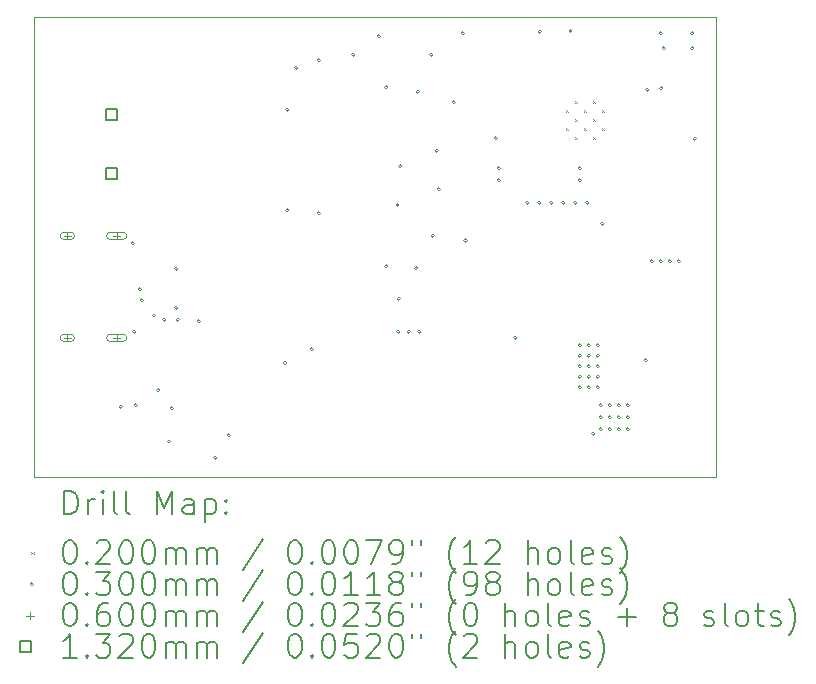
<source format=gbr>
%TF.GenerationSoftware,KiCad,Pcbnew,9.0.4*%
%TF.CreationDate,2025-10-03T12:39:36+02:00*%
%TF.ProjectId,Mini-EMS-ESP,4d696e69-2d45-44d5-932d-4553502e6b69,rev?*%
%TF.SameCoordinates,Original*%
%TF.FileFunction,Drillmap*%
%TF.FilePolarity,Positive*%
%FSLAX45Y45*%
G04 Gerber Fmt 4.5, Leading zero omitted, Abs format (unit mm)*
G04 Created by KiCad (PCBNEW 9.0.4) date 2025-10-03 12:39:36*
%MOMM*%
%LPD*%
G01*
G04 APERTURE LIST*
%ADD10C,0.050000*%
%ADD11C,0.200000*%
%ADD12C,0.100000*%
%ADD13C,0.132000*%
G04 APERTURE END LIST*
D10*
X7099300Y-8585200D02*
X12877800Y-8585200D01*
X12877800Y-12484100D01*
X7099300Y-12484100D01*
X7099300Y-8585200D01*
D11*
D12*
X11600900Y-9372650D02*
X11620900Y-9392650D01*
X11620900Y-9372650D02*
X11600900Y-9392650D01*
X11600900Y-9525150D02*
X11620900Y-9545150D01*
X11620900Y-9525150D02*
X11600900Y-9545150D01*
X11677150Y-9296400D02*
X11697150Y-9316400D01*
X11697150Y-9296400D02*
X11677150Y-9316400D01*
X11677150Y-9448900D02*
X11697150Y-9468900D01*
X11697150Y-9448900D02*
X11677150Y-9468900D01*
X11677150Y-9601400D02*
X11697150Y-9621400D01*
X11697150Y-9601400D02*
X11677150Y-9621400D01*
X11753400Y-9372650D02*
X11773400Y-9392650D01*
X11773400Y-9372650D02*
X11753400Y-9392650D01*
X11753400Y-9525150D02*
X11773400Y-9545150D01*
X11773400Y-9525150D02*
X11753400Y-9545150D01*
X11829650Y-9296400D02*
X11849650Y-9316400D01*
X11849650Y-9296400D02*
X11829650Y-9316400D01*
X11829650Y-9448900D02*
X11849650Y-9468900D01*
X11849650Y-9448900D02*
X11829650Y-9468900D01*
X11829650Y-9601400D02*
X11849650Y-9621400D01*
X11849650Y-9601400D02*
X11829650Y-9621400D01*
X11905900Y-9372650D02*
X11925900Y-9392650D01*
X11925900Y-9372650D02*
X11905900Y-9392650D01*
X11905900Y-9525150D02*
X11925900Y-9545150D01*
X11925900Y-9525150D02*
X11905900Y-9545150D01*
X7850900Y-11887200D02*
G75*
G02*
X7820900Y-11887200I-15000J0D01*
G01*
X7820900Y-11887200D02*
G75*
G02*
X7850900Y-11887200I15000J0D01*
G01*
X7952500Y-10502900D02*
G75*
G02*
X7922500Y-10502900I-15000J0D01*
G01*
X7922500Y-10502900D02*
G75*
G02*
X7952500Y-10502900I15000J0D01*
G01*
X7965200Y-11252200D02*
G75*
G02*
X7935200Y-11252200I-15000J0D01*
G01*
X7935200Y-11252200D02*
G75*
G02*
X7965200Y-11252200I15000J0D01*
G01*
X7977900Y-11874500D02*
G75*
G02*
X7947900Y-11874500I-15000J0D01*
G01*
X7947900Y-11874500D02*
G75*
G02*
X7977900Y-11874500I15000J0D01*
G01*
X8009700Y-10891300D02*
G75*
G02*
X7979700Y-10891300I-15000J0D01*
G01*
X7979700Y-10891300D02*
G75*
G02*
X8009700Y-10891300I15000J0D01*
G01*
X8028700Y-10985500D02*
G75*
G02*
X7998700Y-10985500I-15000J0D01*
G01*
X7998700Y-10985500D02*
G75*
G02*
X8028700Y-10985500I15000J0D01*
G01*
X8130300Y-11114200D02*
G75*
G02*
X8100300Y-11114200I-15000J0D01*
G01*
X8100300Y-11114200D02*
G75*
G02*
X8130300Y-11114200I15000J0D01*
G01*
X8168400Y-11747500D02*
G75*
G02*
X8138400Y-11747500I-15000J0D01*
G01*
X8138400Y-11747500D02*
G75*
G02*
X8168400Y-11747500I15000J0D01*
G01*
X8219200Y-11150600D02*
G75*
G02*
X8189200Y-11150600I-15000J0D01*
G01*
X8189200Y-11150600D02*
G75*
G02*
X8219200Y-11150600I15000J0D01*
G01*
X8259840Y-12181840D02*
G75*
G02*
X8229840Y-12181840I-15000J0D01*
G01*
X8229840Y-12181840D02*
G75*
G02*
X8259840Y-12181840I15000J0D01*
G01*
X8282700Y-11899900D02*
G75*
G02*
X8252700Y-11899900I-15000J0D01*
G01*
X8252700Y-11899900D02*
G75*
G02*
X8282700Y-11899900I15000J0D01*
G01*
X8320800Y-10718800D02*
G75*
G02*
X8290800Y-10718800I-15000J0D01*
G01*
X8290800Y-10718800D02*
G75*
G02*
X8320800Y-10718800I15000J0D01*
G01*
X8320800Y-11049000D02*
G75*
G02*
X8290800Y-11049000I-15000J0D01*
G01*
X8290800Y-11049000D02*
G75*
G02*
X8320800Y-11049000I15000J0D01*
G01*
X8333500Y-11150600D02*
G75*
G02*
X8303500Y-11150600I-15000J0D01*
G01*
X8303500Y-11150600D02*
G75*
G02*
X8333500Y-11150600I15000J0D01*
G01*
X8511300Y-11163300D02*
G75*
G02*
X8481300Y-11163300I-15000J0D01*
G01*
X8481300Y-11163300D02*
G75*
G02*
X8511300Y-11163300I15000J0D01*
G01*
X8651000Y-12319000D02*
G75*
G02*
X8621000Y-12319000I-15000J0D01*
G01*
X8621000Y-12319000D02*
G75*
G02*
X8651000Y-12319000I15000J0D01*
G01*
X8765300Y-12128500D02*
G75*
G02*
X8735300Y-12128500I-15000J0D01*
G01*
X8735300Y-12128500D02*
G75*
G02*
X8765300Y-12128500I15000J0D01*
G01*
X9240280Y-11516360D02*
G75*
G02*
X9210280Y-11516360I-15000J0D01*
G01*
X9210280Y-11516360D02*
G75*
G02*
X9240280Y-11516360I15000J0D01*
G01*
X9260600Y-9372600D02*
G75*
G02*
X9230600Y-9372600I-15000J0D01*
G01*
X9230600Y-9372600D02*
G75*
G02*
X9260600Y-9372600I15000J0D01*
G01*
X9260600Y-10223500D02*
G75*
G02*
X9230600Y-10223500I-15000J0D01*
G01*
X9230600Y-10223500D02*
G75*
G02*
X9260600Y-10223500I15000J0D01*
G01*
X9336800Y-9017000D02*
G75*
G02*
X9306800Y-9017000I-15000J0D01*
G01*
X9306800Y-9017000D02*
G75*
G02*
X9336800Y-9017000I15000J0D01*
G01*
X9468880Y-11399520D02*
G75*
G02*
X9438880Y-11399520I-15000J0D01*
G01*
X9438880Y-11399520D02*
G75*
G02*
X9468880Y-11399520I15000J0D01*
G01*
X9527300Y-8953500D02*
G75*
G02*
X9497300Y-8953500I-15000J0D01*
G01*
X9497300Y-8953500D02*
G75*
G02*
X9527300Y-8953500I15000J0D01*
G01*
X9527300Y-10248900D02*
G75*
G02*
X9497300Y-10248900I-15000J0D01*
G01*
X9497300Y-10248900D02*
G75*
G02*
X9527300Y-10248900I15000J0D01*
G01*
X9819400Y-8905240D02*
G75*
G02*
X9789400Y-8905240I-15000J0D01*
G01*
X9789400Y-8905240D02*
G75*
G02*
X9819400Y-8905240I15000J0D01*
G01*
X10035300Y-8750300D02*
G75*
G02*
X10005300Y-8750300I-15000J0D01*
G01*
X10005300Y-8750300D02*
G75*
G02*
X10035300Y-8750300I15000J0D01*
G01*
X10098800Y-9182100D02*
G75*
G02*
X10068800Y-9182100I-15000J0D01*
G01*
X10068800Y-9182100D02*
G75*
G02*
X10098800Y-9182100I15000J0D01*
G01*
X10098800Y-10698480D02*
G75*
G02*
X10068800Y-10698480I-15000J0D01*
G01*
X10068800Y-10698480D02*
G75*
G02*
X10098800Y-10698480I15000J0D01*
G01*
X10192875Y-10177875D02*
G75*
G02*
X10162875Y-10177875I-15000J0D01*
G01*
X10162875Y-10177875D02*
G75*
G02*
X10192875Y-10177875I15000J0D01*
G01*
X10200400Y-11252200D02*
G75*
G02*
X10170400Y-11252200I-15000J0D01*
G01*
X10170400Y-11252200D02*
G75*
G02*
X10200400Y-11252200I15000J0D01*
G01*
X10203917Y-10971237D02*
G75*
G02*
X10173917Y-10971237I-15000J0D01*
G01*
X10173917Y-10971237D02*
G75*
G02*
X10203917Y-10971237I15000J0D01*
G01*
X10215640Y-9850120D02*
G75*
G02*
X10185640Y-9850120I-15000J0D01*
G01*
X10185640Y-9850120D02*
G75*
G02*
X10215640Y-9850120I15000J0D01*
G01*
X10289300Y-11252200D02*
G75*
G02*
X10259300Y-11252200I-15000J0D01*
G01*
X10259300Y-11252200D02*
G75*
G02*
X10289300Y-11252200I15000J0D01*
G01*
X10352800Y-10713720D02*
G75*
G02*
X10322800Y-10713720I-15000J0D01*
G01*
X10322800Y-10713720D02*
G75*
G02*
X10352800Y-10713720I15000J0D01*
G01*
X10365500Y-9218500D02*
G75*
G02*
X10335500Y-9218500I-15000J0D01*
G01*
X10335500Y-9218500D02*
G75*
G02*
X10365500Y-9218500I15000J0D01*
G01*
X10378200Y-11252200D02*
G75*
G02*
X10348200Y-11252200I-15000J0D01*
G01*
X10348200Y-11252200D02*
G75*
G02*
X10378200Y-11252200I15000J0D01*
G01*
X10479800Y-8905240D02*
G75*
G02*
X10449800Y-8905240I-15000J0D01*
G01*
X10449800Y-8905240D02*
G75*
G02*
X10479800Y-8905240I15000J0D01*
G01*
X10492500Y-10439400D02*
G75*
G02*
X10462500Y-10439400I-15000J0D01*
G01*
X10462500Y-10439400D02*
G75*
G02*
X10492500Y-10439400I15000J0D01*
G01*
X10527300Y-9718800D02*
G75*
G02*
X10497300Y-9718800I-15000J0D01*
G01*
X10497300Y-9718800D02*
G75*
G02*
X10527300Y-9718800I15000J0D01*
G01*
X10543300Y-10045700D02*
G75*
G02*
X10513300Y-10045700I-15000J0D01*
G01*
X10513300Y-10045700D02*
G75*
G02*
X10543300Y-10045700I15000J0D01*
G01*
X10670300Y-9309100D02*
G75*
G02*
X10640300Y-9309100I-15000J0D01*
G01*
X10640300Y-9309100D02*
G75*
G02*
X10670300Y-9309100I15000J0D01*
G01*
X10746500Y-8724900D02*
G75*
G02*
X10716500Y-8724900I-15000J0D01*
G01*
X10716500Y-8724900D02*
G75*
G02*
X10746500Y-8724900I15000J0D01*
G01*
X10769360Y-10480040D02*
G75*
G02*
X10739360Y-10480040I-15000J0D01*
G01*
X10739360Y-10480040D02*
G75*
G02*
X10769360Y-10480040I15000J0D01*
G01*
X11025900Y-9613900D02*
G75*
G02*
X10995900Y-9613900I-15000J0D01*
G01*
X10995900Y-9613900D02*
G75*
G02*
X11025900Y-9613900I15000J0D01*
G01*
X11051300Y-9867900D02*
G75*
G02*
X11021300Y-9867900I-15000J0D01*
G01*
X11021300Y-9867900D02*
G75*
G02*
X11051300Y-9867900I15000J0D01*
G01*
X11051300Y-9969500D02*
G75*
G02*
X11021300Y-9969500I-15000J0D01*
G01*
X11021300Y-9969500D02*
G75*
G02*
X11051300Y-9969500I15000J0D01*
G01*
X11191000Y-11303000D02*
G75*
G02*
X11161000Y-11303000I-15000J0D01*
G01*
X11161000Y-11303000D02*
G75*
G02*
X11191000Y-11303000I15000J0D01*
G01*
X11292600Y-10160000D02*
G75*
G02*
X11262600Y-10160000I-15000J0D01*
G01*
X11262600Y-10160000D02*
G75*
G02*
X11292600Y-10160000I15000J0D01*
G01*
X11394200Y-10160000D02*
G75*
G02*
X11364200Y-10160000I-15000J0D01*
G01*
X11364200Y-10160000D02*
G75*
G02*
X11394200Y-10160000I15000J0D01*
G01*
X11399280Y-8712200D02*
G75*
G02*
X11369280Y-8712200I-15000J0D01*
G01*
X11369280Y-8712200D02*
G75*
G02*
X11399280Y-8712200I15000J0D01*
G01*
X11495800Y-10160000D02*
G75*
G02*
X11465800Y-10160000I-15000J0D01*
G01*
X11465800Y-10160000D02*
G75*
G02*
X11495800Y-10160000I15000J0D01*
G01*
X11597400Y-10160000D02*
G75*
G02*
X11567400Y-10160000I-15000J0D01*
G01*
X11567400Y-10160000D02*
G75*
G02*
X11597400Y-10160000I15000J0D01*
G01*
X11658360Y-8707120D02*
G75*
G02*
X11628360Y-8707120I-15000J0D01*
G01*
X11628360Y-8707120D02*
G75*
G02*
X11658360Y-8707120I15000J0D01*
G01*
X11699000Y-10160000D02*
G75*
G02*
X11669000Y-10160000I-15000J0D01*
G01*
X11669000Y-10160000D02*
G75*
G02*
X11699000Y-10160000I15000J0D01*
G01*
X11737100Y-9867900D02*
G75*
G02*
X11707100Y-9867900I-15000J0D01*
G01*
X11707100Y-9867900D02*
G75*
G02*
X11737100Y-9867900I15000J0D01*
G01*
X11737100Y-9969500D02*
G75*
G02*
X11707100Y-9969500I-15000J0D01*
G01*
X11707100Y-9969500D02*
G75*
G02*
X11737100Y-9969500I15000J0D01*
G01*
X11737100Y-11366500D02*
G75*
G02*
X11707100Y-11366500I-15000J0D01*
G01*
X11707100Y-11366500D02*
G75*
G02*
X11737100Y-11366500I15000J0D01*
G01*
X11737100Y-11455400D02*
G75*
G02*
X11707100Y-11455400I-15000J0D01*
G01*
X11707100Y-11455400D02*
G75*
G02*
X11737100Y-11455400I15000J0D01*
G01*
X11737100Y-11544300D02*
G75*
G02*
X11707100Y-11544300I-15000J0D01*
G01*
X11707100Y-11544300D02*
G75*
G02*
X11737100Y-11544300I15000J0D01*
G01*
X11737100Y-11633200D02*
G75*
G02*
X11707100Y-11633200I-15000J0D01*
G01*
X11707100Y-11633200D02*
G75*
G02*
X11737100Y-11633200I15000J0D01*
G01*
X11737100Y-11722100D02*
G75*
G02*
X11707100Y-11722100I-15000J0D01*
G01*
X11707100Y-11722100D02*
G75*
G02*
X11737100Y-11722100I15000J0D01*
G01*
X11800600Y-10160000D02*
G75*
G02*
X11770600Y-10160000I-15000J0D01*
G01*
X11770600Y-10160000D02*
G75*
G02*
X11800600Y-10160000I15000J0D01*
G01*
X11813300Y-11366500D02*
G75*
G02*
X11783300Y-11366500I-15000J0D01*
G01*
X11783300Y-11366500D02*
G75*
G02*
X11813300Y-11366500I15000J0D01*
G01*
X11813300Y-11455400D02*
G75*
G02*
X11783300Y-11455400I-15000J0D01*
G01*
X11783300Y-11455400D02*
G75*
G02*
X11813300Y-11455400I15000J0D01*
G01*
X11813300Y-11544300D02*
G75*
G02*
X11783300Y-11544300I-15000J0D01*
G01*
X11783300Y-11544300D02*
G75*
G02*
X11813300Y-11544300I15000J0D01*
G01*
X11813300Y-11633200D02*
G75*
G02*
X11783300Y-11633200I-15000J0D01*
G01*
X11783300Y-11633200D02*
G75*
G02*
X11813300Y-11633200I15000J0D01*
G01*
X11813300Y-11722100D02*
G75*
G02*
X11783300Y-11722100I-15000J0D01*
G01*
X11783300Y-11722100D02*
G75*
G02*
X11813300Y-11722100I15000J0D01*
G01*
X11851400Y-12115800D02*
G75*
G02*
X11821400Y-12115800I-15000J0D01*
G01*
X11821400Y-12115800D02*
G75*
G02*
X11851400Y-12115800I15000J0D01*
G01*
X11889500Y-11366500D02*
G75*
G02*
X11859500Y-11366500I-15000J0D01*
G01*
X11859500Y-11366500D02*
G75*
G02*
X11889500Y-11366500I15000J0D01*
G01*
X11889500Y-11455400D02*
G75*
G02*
X11859500Y-11455400I-15000J0D01*
G01*
X11859500Y-11455400D02*
G75*
G02*
X11889500Y-11455400I15000J0D01*
G01*
X11889500Y-11544300D02*
G75*
G02*
X11859500Y-11544300I-15000J0D01*
G01*
X11859500Y-11544300D02*
G75*
G02*
X11889500Y-11544300I15000J0D01*
G01*
X11889500Y-11633200D02*
G75*
G02*
X11859500Y-11633200I-15000J0D01*
G01*
X11859500Y-11633200D02*
G75*
G02*
X11889500Y-11633200I15000J0D01*
G01*
X11889500Y-11722100D02*
G75*
G02*
X11859500Y-11722100I-15000J0D01*
G01*
X11859500Y-11722100D02*
G75*
G02*
X11889500Y-11722100I15000J0D01*
G01*
X11914900Y-11874500D02*
G75*
G02*
X11884900Y-11874500I-15000J0D01*
G01*
X11884900Y-11874500D02*
G75*
G02*
X11914900Y-11874500I15000J0D01*
G01*
X11914900Y-11976100D02*
G75*
G02*
X11884900Y-11976100I-15000J0D01*
G01*
X11884900Y-11976100D02*
G75*
G02*
X11914900Y-11976100I15000J0D01*
G01*
X11914900Y-12077700D02*
G75*
G02*
X11884900Y-12077700I-15000J0D01*
G01*
X11884900Y-12077700D02*
G75*
G02*
X11914900Y-12077700I15000J0D01*
G01*
X11927600Y-10337800D02*
G75*
G02*
X11897600Y-10337800I-15000J0D01*
G01*
X11897600Y-10337800D02*
G75*
G02*
X11927600Y-10337800I15000J0D01*
G01*
X11991100Y-11874500D02*
G75*
G02*
X11961100Y-11874500I-15000J0D01*
G01*
X11961100Y-11874500D02*
G75*
G02*
X11991100Y-11874500I15000J0D01*
G01*
X11991100Y-11976100D02*
G75*
G02*
X11961100Y-11976100I-15000J0D01*
G01*
X11961100Y-11976100D02*
G75*
G02*
X11991100Y-11976100I15000J0D01*
G01*
X11991100Y-12077700D02*
G75*
G02*
X11961100Y-12077700I-15000J0D01*
G01*
X11961100Y-12077700D02*
G75*
G02*
X11991100Y-12077700I15000J0D01*
G01*
X12067300Y-11874500D02*
G75*
G02*
X12037300Y-11874500I-15000J0D01*
G01*
X12037300Y-11874500D02*
G75*
G02*
X12067300Y-11874500I15000J0D01*
G01*
X12067300Y-11976100D02*
G75*
G02*
X12037300Y-11976100I-15000J0D01*
G01*
X12037300Y-11976100D02*
G75*
G02*
X12067300Y-11976100I15000J0D01*
G01*
X12067300Y-12077700D02*
G75*
G02*
X12037300Y-12077700I-15000J0D01*
G01*
X12037300Y-12077700D02*
G75*
G02*
X12067300Y-12077700I15000J0D01*
G01*
X12143500Y-11874500D02*
G75*
G02*
X12113500Y-11874500I-15000J0D01*
G01*
X12113500Y-11874500D02*
G75*
G02*
X12143500Y-11874500I15000J0D01*
G01*
X12143500Y-11976100D02*
G75*
G02*
X12113500Y-11976100I-15000J0D01*
G01*
X12113500Y-11976100D02*
G75*
G02*
X12143500Y-11976100I15000J0D01*
G01*
X12143500Y-12077700D02*
G75*
G02*
X12113500Y-12077700I-15000J0D01*
G01*
X12113500Y-12077700D02*
G75*
G02*
X12143500Y-12077700I15000J0D01*
G01*
X12295900Y-11493500D02*
G75*
G02*
X12265900Y-11493500I-15000J0D01*
G01*
X12265900Y-11493500D02*
G75*
G02*
X12295900Y-11493500I15000J0D01*
G01*
X12308600Y-9202500D02*
G75*
G02*
X12278600Y-9202500I-15000J0D01*
G01*
X12278600Y-9202500D02*
G75*
G02*
X12308600Y-9202500I15000J0D01*
G01*
X12346700Y-10655300D02*
G75*
G02*
X12316700Y-10655300I-15000J0D01*
G01*
X12316700Y-10655300D02*
G75*
G02*
X12346700Y-10655300I15000J0D01*
G01*
X12422900Y-8724900D02*
G75*
G02*
X12392900Y-8724900I-15000J0D01*
G01*
X12392900Y-8724900D02*
G75*
G02*
X12422900Y-8724900I15000J0D01*
G01*
X12422900Y-10655300D02*
G75*
G02*
X12392900Y-10655300I-15000J0D01*
G01*
X12392900Y-10655300D02*
G75*
G02*
X12422900Y-10655300I15000J0D01*
G01*
X12425440Y-9189720D02*
G75*
G02*
X12395440Y-9189720I-15000J0D01*
G01*
X12395440Y-9189720D02*
G75*
G02*
X12425440Y-9189720I15000J0D01*
G01*
X12448300Y-8851900D02*
G75*
G02*
X12418300Y-8851900I-15000J0D01*
G01*
X12418300Y-8851900D02*
G75*
G02*
X12448300Y-8851900I15000J0D01*
G01*
X12499100Y-10655300D02*
G75*
G02*
X12469100Y-10655300I-15000J0D01*
G01*
X12469100Y-10655300D02*
G75*
G02*
X12499100Y-10655300I15000J0D01*
G01*
X12575300Y-10655300D02*
G75*
G02*
X12545300Y-10655300I-15000J0D01*
G01*
X12545300Y-10655300D02*
G75*
G02*
X12575300Y-10655300I15000J0D01*
G01*
X12689600Y-8724900D02*
G75*
G02*
X12659600Y-8724900I-15000J0D01*
G01*
X12659600Y-8724900D02*
G75*
G02*
X12689600Y-8724900I15000J0D01*
G01*
X12689600Y-8851900D02*
G75*
G02*
X12659600Y-8851900I-15000J0D01*
G01*
X12659600Y-8851900D02*
G75*
G02*
X12689600Y-8851900I15000J0D01*
G01*
X12709920Y-9616440D02*
G75*
G02*
X12679920Y-9616440I-15000J0D01*
G01*
X12679920Y-9616440D02*
G75*
G02*
X12709920Y-9616440I15000J0D01*
G01*
X7382600Y-10409200D02*
X7382600Y-10469200D01*
X7352600Y-10439200D02*
X7412600Y-10439200D01*
X7412600Y-10409200D02*
X7352600Y-10409200D01*
X7352600Y-10469200D02*
G75*
G02*
X7352600Y-10409200I0J30000D01*
G01*
X7352600Y-10469200D02*
X7412600Y-10469200D01*
X7412600Y-10469200D02*
G75*
G03*
X7412600Y-10409200I0J30000D01*
G01*
X7382600Y-10409200D02*
X7382600Y-10469200D01*
X7352600Y-10439200D02*
X7412600Y-10439200D01*
X7352600Y-10469200D02*
X7412600Y-10469200D01*
X7412600Y-10409200D02*
G75*
G02*
X7412600Y-10469200I0J-30000D01*
G01*
X7412600Y-10409200D02*
X7352600Y-10409200D01*
X7352600Y-10409200D02*
G75*
G03*
X7352600Y-10469200I0J-30000D01*
G01*
X7382600Y-11273200D02*
X7382600Y-11333200D01*
X7352600Y-11303200D02*
X7412600Y-11303200D01*
X7412600Y-11273200D02*
X7352600Y-11273200D01*
X7352600Y-11333200D02*
G75*
G02*
X7352600Y-11273200I0J30000D01*
G01*
X7352600Y-11333200D02*
X7412600Y-11333200D01*
X7412600Y-11333200D02*
G75*
G03*
X7412600Y-11273200I0J30000D01*
G01*
X7382600Y-11273200D02*
X7382600Y-11333200D01*
X7352600Y-11303200D02*
X7412600Y-11303200D01*
X7352600Y-11333200D02*
X7412600Y-11333200D01*
X7412600Y-11273200D02*
G75*
G02*
X7412600Y-11333200I0J-30000D01*
G01*
X7412600Y-11273200D02*
X7352600Y-11273200D01*
X7352600Y-11273200D02*
G75*
G03*
X7352600Y-11333200I0J-30000D01*
G01*
X7800600Y-10409200D02*
X7800600Y-10469200D01*
X7770600Y-10439200D02*
X7830600Y-10439200D01*
X7745600Y-10469200D02*
X7855600Y-10469200D01*
X7855600Y-10409200D02*
G75*
G02*
X7855600Y-10469200I0J-30000D01*
G01*
X7855600Y-10409200D02*
X7745600Y-10409200D01*
X7745600Y-10409200D02*
G75*
G03*
X7745600Y-10469200I0J-30000D01*
G01*
X7800600Y-10409200D02*
X7800600Y-10469200D01*
X7770600Y-10439200D02*
X7830600Y-10439200D01*
X7855600Y-10409200D02*
X7745600Y-10409200D01*
X7745600Y-10469200D02*
G75*
G02*
X7745600Y-10409200I0J30000D01*
G01*
X7745600Y-10469200D02*
X7855600Y-10469200D01*
X7855600Y-10469200D02*
G75*
G03*
X7855600Y-10409200I0J30000D01*
G01*
X7800600Y-11273200D02*
X7800600Y-11333200D01*
X7770600Y-11303200D02*
X7830600Y-11303200D01*
X7855600Y-11273200D02*
X7745600Y-11273200D01*
X7745600Y-11333200D02*
G75*
G02*
X7745600Y-11273200I0J30000D01*
G01*
X7745600Y-11333200D02*
X7855600Y-11333200D01*
X7855600Y-11333200D02*
G75*
G03*
X7855600Y-11273200I0J30000D01*
G01*
X7800600Y-11273200D02*
X7800600Y-11333200D01*
X7770600Y-11303200D02*
X7830600Y-11303200D01*
X7745600Y-11333200D02*
X7855600Y-11333200D01*
X7855600Y-11273200D02*
G75*
G02*
X7855600Y-11333200I0J-30000D01*
G01*
X7855600Y-11273200D02*
X7745600Y-11273200D01*
X7745600Y-11273200D02*
G75*
G03*
X7745600Y-11333200I0J-30000D01*
G01*
D13*
X7806369Y-9460270D02*
X7806369Y-9366931D01*
X7713030Y-9366931D01*
X7713030Y-9460270D01*
X7806369Y-9460270D01*
X7806369Y-9960270D02*
X7806369Y-9866931D01*
X7713030Y-9866931D01*
X7713030Y-9960270D01*
X7806369Y-9960270D01*
D11*
X7357577Y-12798084D02*
X7357577Y-12598084D01*
X7357577Y-12598084D02*
X7405196Y-12598084D01*
X7405196Y-12598084D02*
X7433767Y-12607608D01*
X7433767Y-12607608D02*
X7452815Y-12626655D01*
X7452815Y-12626655D02*
X7462339Y-12645703D01*
X7462339Y-12645703D02*
X7471862Y-12683798D01*
X7471862Y-12683798D02*
X7471862Y-12712369D01*
X7471862Y-12712369D02*
X7462339Y-12750465D01*
X7462339Y-12750465D02*
X7452815Y-12769512D01*
X7452815Y-12769512D02*
X7433767Y-12788560D01*
X7433767Y-12788560D02*
X7405196Y-12798084D01*
X7405196Y-12798084D02*
X7357577Y-12798084D01*
X7557577Y-12798084D02*
X7557577Y-12664750D01*
X7557577Y-12702846D02*
X7567101Y-12683798D01*
X7567101Y-12683798D02*
X7576624Y-12674274D01*
X7576624Y-12674274D02*
X7595672Y-12664750D01*
X7595672Y-12664750D02*
X7614720Y-12664750D01*
X7681386Y-12798084D02*
X7681386Y-12664750D01*
X7681386Y-12598084D02*
X7671862Y-12607608D01*
X7671862Y-12607608D02*
X7681386Y-12617131D01*
X7681386Y-12617131D02*
X7690910Y-12607608D01*
X7690910Y-12607608D02*
X7681386Y-12598084D01*
X7681386Y-12598084D02*
X7681386Y-12617131D01*
X7805196Y-12798084D02*
X7786148Y-12788560D01*
X7786148Y-12788560D02*
X7776624Y-12769512D01*
X7776624Y-12769512D02*
X7776624Y-12598084D01*
X7909958Y-12798084D02*
X7890910Y-12788560D01*
X7890910Y-12788560D02*
X7881386Y-12769512D01*
X7881386Y-12769512D02*
X7881386Y-12598084D01*
X8138529Y-12798084D02*
X8138529Y-12598084D01*
X8138529Y-12598084D02*
X8205196Y-12740941D01*
X8205196Y-12740941D02*
X8271862Y-12598084D01*
X8271862Y-12598084D02*
X8271862Y-12798084D01*
X8452815Y-12798084D02*
X8452815Y-12693322D01*
X8452815Y-12693322D02*
X8443291Y-12674274D01*
X8443291Y-12674274D02*
X8424244Y-12664750D01*
X8424244Y-12664750D02*
X8386148Y-12664750D01*
X8386148Y-12664750D02*
X8367101Y-12674274D01*
X8452815Y-12788560D02*
X8433767Y-12798084D01*
X8433767Y-12798084D02*
X8386148Y-12798084D01*
X8386148Y-12798084D02*
X8367101Y-12788560D01*
X8367101Y-12788560D02*
X8357577Y-12769512D01*
X8357577Y-12769512D02*
X8357577Y-12750465D01*
X8357577Y-12750465D02*
X8367101Y-12731417D01*
X8367101Y-12731417D02*
X8386148Y-12721893D01*
X8386148Y-12721893D02*
X8433767Y-12721893D01*
X8433767Y-12721893D02*
X8452815Y-12712369D01*
X8548053Y-12664750D02*
X8548053Y-12864750D01*
X8548053Y-12674274D02*
X8567101Y-12664750D01*
X8567101Y-12664750D02*
X8605196Y-12664750D01*
X8605196Y-12664750D02*
X8624244Y-12674274D01*
X8624244Y-12674274D02*
X8633767Y-12683798D01*
X8633767Y-12683798D02*
X8643291Y-12702846D01*
X8643291Y-12702846D02*
X8643291Y-12759988D01*
X8643291Y-12759988D02*
X8633767Y-12779036D01*
X8633767Y-12779036D02*
X8624244Y-12788560D01*
X8624244Y-12788560D02*
X8605196Y-12798084D01*
X8605196Y-12798084D02*
X8567101Y-12798084D01*
X8567101Y-12798084D02*
X8548053Y-12788560D01*
X8729005Y-12779036D02*
X8738529Y-12788560D01*
X8738529Y-12788560D02*
X8729005Y-12798084D01*
X8729005Y-12798084D02*
X8719482Y-12788560D01*
X8719482Y-12788560D02*
X8729005Y-12779036D01*
X8729005Y-12779036D02*
X8729005Y-12798084D01*
X8729005Y-12674274D02*
X8738529Y-12683798D01*
X8738529Y-12683798D02*
X8729005Y-12693322D01*
X8729005Y-12693322D02*
X8719482Y-12683798D01*
X8719482Y-12683798D02*
X8729005Y-12674274D01*
X8729005Y-12674274D02*
X8729005Y-12693322D01*
D12*
X7076800Y-13116600D02*
X7096800Y-13136600D01*
X7096800Y-13116600D02*
X7076800Y-13136600D01*
D11*
X7395672Y-13018084D02*
X7414720Y-13018084D01*
X7414720Y-13018084D02*
X7433767Y-13027608D01*
X7433767Y-13027608D02*
X7443291Y-13037131D01*
X7443291Y-13037131D02*
X7452815Y-13056179D01*
X7452815Y-13056179D02*
X7462339Y-13094274D01*
X7462339Y-13094274D02*
X7462339Y-13141893D01*
X7462339Y-13141893D02*
X7452815Y-13179988D01*
X7452815Y-13179988D02*
X7443291Y-13199036D01*
X7443291Y-13199036D02*
X7433767Y-13208560D01*
X7433767Y-13208560D02*
X7414720Y-13218084D01*
X7414720Y-13218084D02*
X7395672Y-13218084D01*
X7395672Y-13218084D02*
X7376624Y-13208560D01*
X7376624Y-13208560D02*
X7367101Y-13199036D01*
X7367101Y-13199036D02*
X7357577Y-13179988D01*
X7357577Y-13179988D02*
X7348053Y-13141893D01*
X7348053Y-13141893D02*
X7348053Y-13094274D01*
X7348053Y-13094274D02*
X7357577Y-13056179D01*
X7357577Y-13056179D02*
X7367101Y-13037131D01*
X7367101Y-13037131D02*
X7376624Y-13027608D01*
X7376624Y-13027608D02*
X7395672Y-13018084D01*
X7548053Y-13199036D02*
X7557577Y-13208560D01*
X7557577Y-13208560D02*
X7548053Y-13218084D01*
X7548053Y-13218084D02*
X7538529Y-13208560D01*
X7538529Y-13208560D02*
X7548053Y-13199036D01*
X7548053Y-13199036D02*
X7548053Y-13218084D01*
X7633767Y-13037131D02*
X7643291Y-13027608D01*
X7643291Y-13027608D02*
X7662339Y-13018084D01*
X7662339Y-13018084D02*
X7709958Y-13018084D01*
X7709958Y-13018084D02*
X7729005Y-13027608D01*
X7729005Y-13027608D02*
X7738529Y-13037131D01*
X7738529Y-13037131D02*
X7748053Y-13056179D01*
X7748053Y-13056179D02*
X7748053Y-13075227D01*
X7748053Y-13075227D02*
X7738529Y-13103798D01*
X7738529Y-13103798D02*
X7624243Y-13218084D01*
X7624243Y-13218084D02*
X7748053Y-13218084D01*
X7871862Y-13018084D02*
X7890910Y-13018084D01*
X7890910Y-13018084D02*
X7909958Y-13027608D01*
X7909958Y-13027608D02*
X7919482Y-13037131D01*
X7919482Y-13037131D02*
X7929005Y-13056179D01*
X7929005Y-13056179D02*
X7938529Y-13094274D01*
X7938529Y-13094274D02*
X7938529Y-13141893D01*
X7938529Y-13141893D02*
X7929005Y-13179988D01*
X7929005Y-13179988D02*
X7919482Y-13199036D01*
X7919482Y-13199036D02*
X7909958Y-13208560D01*
X7909958Y-13208560D02*
X7890910Y-13218084D01*
X7890910Y-13218084D02*
X7871862Y-13218084D01*
X7871862Y-13218084D02*
X7852815Y-13208560D01*
X7852815Y-13208560D02*
X7843291Y-13199036D01*
X7843291Y-13199036D02*
X7833767Y-13179988D01*
X7833767Y-13179988D02*
X7824243Y-13141893D01*
X7824243Y-13141893D02*
X7824243Y-13094274D01*
X7824243Y-13094274D02*
X7833767Y-13056179D01*
X7833767Y-13056179D02*
X7843291Y-13037131D01*
X7843291Y-13037131D02*
X7852815Y-13027608D01*
X7852815Y-13027608D02*
X7871862Y-13018084D01*
X8062339Y-13018084D02*
X8081386Y-13018084D01*
X8081386Y-13018084D02*
X8100434Y-13027608D01*
X8100434Y-13027608D02*
X8109958Y-13037131D01*
X8109958Y-13037131D02*
X8119482Y-13056179D01*
X8119482Y-13056179D02*
X8129005Y-13094274D01*
X8129005Y-13094274D02*
X8129005Y-13141893D01*
X8129005Y-13141893D02*
X8119482Y-13179988D01*
X8119482Y-13179988D02*
X8109958Y-13199036D01*
X8109958Y-13199036D02*
X8100434Y-13208560D01*
X8100434Y-13208560D02*
X8081386Y-13218084D01*
X8081386Y-13218084D02*
X8062339Y-13218084D01*
X8062339Y-13218084D02*
X8043291Y-13208560D01*
X8043291Y-13208560D02*
X8033767Y-13199036D01*
X8033767Y-13199036D02*
X8024243Y-13179988D01*
X8024243Y-13179988D02*
X8014720Y-13141893D01*
X8014720Y-13141893D02*
X8014720Y-13094274D01*
X8014720Y-13094274D02*
X8024243Y-13056179D01*
X8024243Y-13056179D02*
X8033767Y-13037131D01*
X8033767Y-13037131D02*
X8043291Y-13027608D01*
X8043291Y-13027608D02*
X8062339Y-13018084D01*
X8214720Y-13218084D02*
X8214720Y-13084750D01*
X8214720Y-13103798D02*
X8224243Y-13094274D01*
X8224243Y-13094274D02*
X8243291Y-13084750D01*
X8243291Y-13084750D02*
X8271863Y-13084750D01*
X8271863Y-13084750D02*
X8290910Y-13094274D01*
X8290910Y-13094274D02*
X8300434Y-13113322D01*
X8300434Y-13113322D02*
X8300434Y-13218084D01*
X8300434Y-13113322D02*
X8309958Y-13094274D01*
X8309958Y-13094274D02*
X8329005Y-13084750D01*
X8329005Y-13084750D02*
X8357577Y-13084750D01*
X8357577Y-13084750D02*
X8376624Y-13094274D01*
X8376624Y-13094274D02*
X8386148Y-13113322D01*
X8386148Y-13113322D02*
X8386148Y-13218084D01*
X8481386Y-13218084D02*
X8481386Y-13084750D01*
X8481386Y-13103798D02*
X8490910Y-13094274D01*
X8490910Y-13094274D02*
X8509958Y-13084750D01*
X8509958Y-13084750D02*
X8538529Y-13084750D01*
X8538529Y-13084750D02*
X8557577Y-13094274D01*
X8557577Y-13094274D02*
X8567101Y-13113322D01*
X8567101Y-13113322D02*
X8567101Y-13218084D01*
X8567101Y-13113322D02*
X8576625Y-13094274D01*
X8576625Y-13094274D02*
X8595672Y-13084750D01*
X8595672Y-13084750D02*
X8624244Y-13084750D01*
X8624244Y-13084750D02*
X8643291Y-13094274D01*
X8643291Y-13094274D02*
X8652815Y-13113322D01*
X8652815Y-13113322D02*
X8652815Y-13218084D01*
X9043291Y-13008560D02*
X8871863Y-13265703D01*
X9300434Y-13018084D02*
X9319482Y-13018084D01*
X9319482Y-13018084D02*
X9338529Y-13027608D01*
X9338529Y-13027608D02*
X9348053Y-13037131D01*
X9348053Y-13037131D02*
X9357577Y-13056179D01*
X9357577Y-13056179D02*
X9367101Y-13094274D01*
X9367101Y-13094274D02*
X9367101Y-13141893D01*
X9367101Y-13141893D02*
X9357577Y-13179988D01*
X9357577Y-13179988D02*
X9348053Y-13199036D01*
X9348053Y-13199036D02*
X9338529Y-13208560D01*
X9338529Y-13208560D02*
X9319482Y-13218084D01*
X9319482Y-13218084D02*
X9300434Y-13218084D01*
X9300434Y-13218084D02*
X9281387Y-13208560D01*
X9281387Y-13208560D02*
X9271863Y-13199036D01*
X9271863Y-13199036D02*
X9262339Y-13179988D01*
X9262339Y-13179988D02*
X9252815Y-13141893D01*
X9252815Y-13141893D02*
X9252815Y-13094274D01*
X9252815Y-13094274D02*
X9262339Y-13056179D01*
X9262339Y-13056179D02*
X9271863Y-13037131D01*
X9271863Y-13037131D02*
X9281387Y-13027608D01*
X9281387Y-13027608D02*
X9300434Y-13018084D01*
X9452815Y-13199036D02*
X9462339Y-13208560D01*
X9462339Y-13208560D02*
X9452815Y-13218084D01*
X9452815Y-13218084D02*
X9443291Y-13208560D01*
X9443291Y-13208560D02*
X9452815Y-13199036D01*
X9452815Y-13199036D02*
X9452815Y-13218084D01*
X9586148Y-13018084D02*
X9605196Y-13018084D01*
X9605196Y-13018084D02*
X9624244Y-13027608D01*
X9624244Y-13027608D02*
X9633768Y-13037131D01*
X9633768Y-13037131D02*
X9643291Y-13056179D01*
X9643291Y-13056179D02*
X9652815Y-13094274D01*
X9652815Y-13094274D02*
X9652815Y-13141893D01*
X9652815Y-13141893D02*
X9643291Y-13179988D01*
X9643291Y-13179988D02*
X9633768Y-13199036D01*
X9633768Y-13199036D02*
X9624244Y-13208560D01*
X9624244Y-13208560D02*
X9605196Y-13218084D01*
X9605196Y-13218084D02*
X9586148Y-13218084D01*
X9586148Y-13218084D02*
X9567101Y-13208560D01*
X9567101Y-13208560D02*
X9557577Y-13199036D01*
X9557577Y-13199036D02*
X9548053Y-13179988D01*
X9548053Y-13179988D02*
X9538529Y-13141893D01*
X9538529Y-13141893D02*
X9538529Y-13094274D01*
X9538529Y-13094274D02*
X9548053Y-13056179D01*
X9548053Y-13056179D02*
X9557577Y-13037131D01*
X9557577Y-13037131D02*
X9567101Y-13027608D01*
X9567101Y-13027608D02*
X9586148Y-13018084D01*
X9776625Y-13018084D02*
X9795672Y-13018084D01*
X9795672Y-13018084D02*
X9814720Y-13027608D01*
X9814720Y-13027608D02*
X9824244Y-13037131D01*
X9824244Y-13037131D02*
X9833768Y-13056179D01*
X9833768Y-13056179D02*
X9843291Y-13094274D01*
X9843291Y-13094274D02*
X9843291Y-13141893D01*
X9843291Y-13141893D02*
X9833768Y-13179988D01*
X9833768Y-13179988D02*
X9824244Y-13199036D01*
X9824244Y-13199036D02*
X9814720Y-13208560D01*
X9814720Y-13208560D02*
X9795672Y-13218084D01*
X9795672Y-13218084D02*
X9776625Y-13218084D01*
X9776625Y-13218084D02*
X9757577Y-13208560D01*
X9757577Y-13208560D02*
X9748053Y-13199036D01*
X9748053Y-13199036D02*
X9738529Y-13179988D01*
X9738529Y-13179988D02*
X9729006Y-13141893D01*
X9729006Y-13141893D02*
X9729006Y-13094274D01*
X9729006Y-13094274D02*
X9738529Y-13056179D01*
X9738529Y-13056179D02*
X9748053Y-13037131D01*
X9748053Y-13037131D02*
X9757577Y-13027608D01*
X9757577Y-13027608D02*
X9776625Y-13018084D01*
X9909958Y-13018084D02*
X10043291Y-13018084D01*
X10043291Y-13018084D02*
X9957577Y-13218084D01*
X10129006Y-13218084D02*
X10167101Y-13218084D01*
X10167101Y-13218084D02*
X10186149Y-13208560D01*
X10186149Y-13208560D02*
X10195672Y-13199036D01*
X10195672Y-13199036D02*
X10214720Y-13170465D01*
X10214720Y-13170465D02*
X10224244Y-13132369D01*
X10224244Y-13132369D02*
X10224244Y-13056179D01*
X10224244Y-13056179D02*
X10214720Y-13037131D01*
X10214720Y-13037131D02*
X10205196Y-13027608D01*
X10205196Y-13027608D02*
X10186149Y-13018084D01*
X10186149Y-13018084D02*
X10148053Y-13018084D01*
X10148053Y-13018084D02*
X10129006Y-13027608D01*
X10129006Y-13027608D02*
X10119482Y-13037131D01*
X10119482Y-13037131D02*
X10109958Y-13056179D01*
X10109958Y-13056179D02*
X10109958Y-13103798D01*
X10109958Y-13103798D02*
X10119482Y-13122846D01*
X10119482Y-13122846D02*
X10129006Y-13132369D01*
X10129006Y-13132369D02*
X10148053Y-13141893D01*
X10148053Y-13141893D02*
X10186149Y-13141893D01*
X10186149Y-13141893D02*
X10205196Y-13132369D01*
X10205196Y-13132369D02*
X10214720Y-13122846D01*
X10214720Y-13122846D02*
X10224244Y-13103798D01*
X10300434Y-13018084D02*
X10300434Y-13056179D01*
X10376625Y-13018084D02*
X10376625Y-13056179D01*
X10671863Y-13294274D02*
X10662339Y-13284750D01*
X10662339Y-13284750D02*
X10643291Y-13256179D01*
X10643291Y-13256179D02*
X10633768Y-13237131D01*
X10633768Y-13237131D02*
X10624244Y-13208560D01*
X10624244Y-13208560D02*
X10614720Y-13160941D01*
X10614720Y-13160941D02*
X10614720Y-13122846D01*
X10614720Y-13122846D02*
X10624244Y-13075227D01*
X10624244Y-13075227D02*
X10633768Y-13046655D01*
X10633768Y-13046655D02*
X10643291Y-13027608D01*
X10643291Y-13027608D02*
X10662339Y-12999036D01*
X10662339Y-12999036D02*
X10671863Y-12989512D01*
X10852815Y-13218084D02*
X10738530Y-13218084D01*
X10795672Y-13218084D02*
X10795672Y-13018084D01*
X10795672Y-13018084D02*
X10776625Y-13046655D01*
X10776625Y-13046655D02*
X10757577Y-13065703D01*
X10757577Y-13065703D02*
X10738530Y-13075227D01*
X10929006Y-13037131D02*
X10938530Y-13027608D01*
X10938530Y-13027608D02*
X10957577Y-13018084D01*
X10957577Y-13018084D02*
X11005196Y-13018084D01*
X11005196Y-13018084D02*
X11024244Y-13027608D01*
X11024244Y-13027608D02*
X11033768Y-13037131D01*
X11033768Y-13037131D02*
X11043291Y-13056179D01*
X11043291Y-13056179D02*
X11043291Y-13075227D01*
X11043291Y-13075227D02*
X11033768Y-13103798D01*
X11033768Y-13103798D02*
X10919482Y-13218084D01*
X10919482Y-13218084D02*
X11043291Y-13218084D01*
X11281387Y-13218084D02*
X11281387Y-13018084D01*
X11367101Y-13218084D02*
X11367101Y-13113322D01*
X11367101Y-13113322D02*
X11357577Y-13094274D01*
X11357577Y-13094274D02*
X11338530Y-13084750D01*
X11338530Y-13084750D02*
X11309958Y-13084750D01*
X11309958Y-13084750D02*
X11290910Y-13094274D01*
X11290910Y-13094274D02*
X11281387Y-13103798D01*
X11490910Y-13218084D02*
X11471863Y-13208560D01*
X11471863Y-13208560D02*
X11462339Y-13199036D01*
X11462339Y-13199036D02*
X11452815Y-13179988D01*
X11452815Y-13179988D02*
X11452815Y-13122846D01*
X11452815Y-13122846D02*
X11462339Y-13103798D01*
X11462339Y-13103798D02*
X11471863Y-13094274D01*
X11471863Y-13094274D02*
X11490910Y-13084750D01*
X11490910Y-13084750D02*
X11519482Y-13084750D01*
X11519482Y-13084750D02*
X11538530Y-13094274D01*
X11538530Y-13094274D02*
X11548053Y-13103798D01*
X11548053Y-13103798D02*
X11557577Y-13122846D01*
X11557577Y-13122846D02*
X11557577Y-13179988D01*
X11557577Y-13179988D02*
X11548053Y-13199036D01*
X11548053Y-13199036D02*
X11538530Y-13208560D01*
X11538530Y-13208560D02*
X11519482Y-13218084D01*
X11519482Y-13218084D02*
X11490910Y-13218084D01*
X11671863Y-13218084D02*
X11652815Y-13208560D01*
X11652815Y-13208560D02*
X11643291Y-13189512D01*
X11643291Y-13189512D02*
X11643291Y-13018084D01*
X11824244Y-13208560D02*
X11805196Y-13218084D01*
X11805196Y-13218084D02*
X11767101Y-13218084D01*
X11767101Y-13218084D02*
X11748053Y-13208560D01*
X11748053Y-13208560D02*
X11738530Y-13189512D01*
X11738530Y-13189512D02*
X11738530Y-13113322D01*
X11738530Y-13113322D02*
X11748053Y-13094274D01*
X11748053Y-13094274D02*
X11767101Y-13084750D01*
X11767101Y-13084750D02*
X11805196Y-13084750D01*
X11805196Y-13084750D02*
X11824244Y-13094274D01*
X11824244Y-13094274D02*
X11833768Y-13113322D01*
X11833768Y-13113322D02*
X11833768Y-13132369D01*
X11833768Y-13132369D02*
X11738530Y-13151417D01*
X11909958Y-13208560D02*
X11929006Y-13218084D01*
X11929006Y-13218084D02*
X11967101Y-13218084D01*
X11967101Y-13218084D02*
X11986149Y-13208560D01*
X11986149Y-13208560D02*
X11995672Y-13189512D01*
X11995672Y-13189512D02*
X11995672Y-13179988D01*
X11995672Y-13179988D02*
X11986149Y-13160941D01*
X11986149Y-13160941D02*
X11967101Y-13151417D01*
X11967101Y-13151417D02*
X11938530Y-13151417D01*
X11938530Y-13151417D02*
X11919482Y-13141893D01*
X11919482Y-13141893D02*
X11909958Y-13122846D01*
X11909958Y-13122846D02*
X11909958Y-13113322D01*
X11909958Y-13113322D02*
X11919482Y-13094274D01*
X11919482Y-13094274D02*
X11938530Y-13084750D01*
X11938530Y-13084750D02*
X11967101Y-13084750D01*
X11967101Y-13084750D02*
X11986149Y-13094274D01*
X12062339Y-13294274D02*
X12071863Y-13284750D01*
X12071863Y-13284750D02*
X12090911Y-13256179D01*
X12090911Y-13256179D02*
X12100434Y-13237131D01*
X12100434Y-13237131D02*
X12109958Y-13208560D01*
X12109958Y-13208560D02*
X12119482Y-13160941D01*
X12119482Y-13160941D02*
X12119482Y-13122846D01*
X12119482Y-13122846D02*
X12109958Y-13075227D01*
X12109958Y-13075227D02*
X12100434Y-13046655D01*
X12100434Y-13046655D02*
X12090911Y-13027608D01*
X12090911Y-13027608D02*
X12071863Y-12999036D01*
X12071863Y-12999036D02*
X12062339Y-12989512D01*
D12*
X7096800Y-13390600D02*
G75*
G02*
X7066800Y-13390600I-15000J0D01*
G01*
X7066800Y-13390600D02*
G75*
G02*
X7096800Y-13390600I15000J0D01*
G01*
D11*
X7395672Y-13282084D02*
X7414720Y-13282084D01*
X7414720Y-13282084D02*
X7433767Y-13291608D01*
X7433767Y-13291608D02*
X7443291Y-13301131D01*
X7443291Y-13301131D02*
X7452815Y-13320179D01*
X7452815Y-13320179D02*
X7462339Y-13358274D01*
X7462339Y-13358274D02*
X7462339Y-13405893D01*
X7462339Y-13405893D02*
X7452815Y-13443988D01*
X7452815Y-13443988D02*
X7443291Y-13463036D01*
X7443291Y-13463036D02*
X7433767Y-13472560D01*
X7433767Y-13472560D02*
X7414720Y-13482084D01*
X7414720Y-13482084D02*
X7395672Y-13482084D01*
X7395672Y-13482084D02*
X7376624Y-13472560D01*
X7376624Y-13472560D02*
X7367101Y-13463036D01*
X7367101Y-13463036D02*
X7357577Y-13443988D01*
X7357577Y-13443988D02*
X7348053Y-13405893D01*
X7348053Y-13405893D02*
X7348053Y-13358274D01*
X7348053Y-13358274D02*
X7357577Y-13320179D01*
X7357577Y-13320179D02*
X7367101Y-13301131D01*
X7367101Y-13301131D02*
X7376624Y-13291608D01*
X7376624Y-13291608D02*
X7395672Y-13282084D01*
X7548053Y-13463036D02*
X7557577Y-13472560D01*
X7557577Y-13472560D02*
X7548053Y-13482084D01*
X7548053Y-13482084D02*
X7538529Y-13472560D01*
X7538529Y-13472560D02*
X7548053Y-13463036D01*
X7548053Y-13463036D02*
X7548053Y-13482084D01*
X7624243Y-13282084D02*
X7748053Y-13282084D01*
X7748053Y-13282084D02*
X7681386Y-13358274D01*
X7681386Y-13358274D02*
X7709958Y-13358274D01*
X7709958Y-13358274D02*
X7729005Y-13367798D01*
X7729005Y-13367798D02*
X7738529Y-13377322D01*
X7738529Y-13377322D02*
X7748053Y-13396369D01*
X7748053Y-13396369D02*
X7748053Y-13443988D01*
X7748053Y-13443988D02*
X7738529Y-13463036D01*
X7738529Y-13463036D02*
X7729005Y-13472560D01*
X7729005Y-13472560D02*
X7709958Y-13482084D01*
X7709958Y-13482084D02*
X7652815Y-13482084D01*
X7652815Y-13482084D02*
X7633767Y-13472560D01*
X7633767Y-13472560D02*
X7624243Y-13463036D01*
X7871862Y-13282084D02*
X7890910Y-13282084D01*
X7890910Y-13282084D02*
X7909958Y-13291608D01*
X7909958Y-13291608D02*
X7919482Y-13301131D01*
X7919482Y-13301131D02*
X7929005Y-13320179D01*
X7929005Y-13320179D02*
X7938529Y-13358274D01*
X7938529Y-13358274D02*
X7938529Y-13405893D01*
X7938529Y-13405893D02*
X7929005Y-13443988D01*
X7929005Y-13443988D02*
X7919482Y-13463036D01*
X7919482Y-13463036D02*
X7909958Y-13472560D01*
X7909958Y-13472560D02*
X7890910Y-13482084D01*
X7890910Y-13482084D02*
X7871862Y-13482084D01*
X7871862Y-13482084D02*
X7852815Y-13472560D01*
X7852815Y-13472560D02*
X7843291Y-13463036D01*
X7843291Y-13463036D02*
X7833767Y-13443988D01*
X7833767Y-13443988D02*
X7824243Y-13405893D01*
X7824243Y-13405893D02*
X7824243Y-13358274D01*
X7824243Y-13358274D02*
X7833767Y-13320179D01*
X7833767Y-13320179D02*
X7843291Y-13301131D01*
X7843291Y-13301131D02*
X7852815Y-13291608D01*
X7852815Y-13291608D02*
X7871862Y-13282084D01*
X8062339Y-13282084D02*
X8081386Y-13282084D01*
X8081386Y-13282084D02*
X8100434Y-13291608D01*
X8100434Y-13291608D02*
X8109958Y-13301131D01*
X8109958Y-13301131D02*
X8119482Y-13320179D01*
X8119482Y-13320179D02*
X8129005Y-13358274D01*
X8129005Y-13358274D02*
X8129005Y-13405893D01*
X8129005Y-13405893D02*
X8119482Y-13443988D01*
X8119482Y-13443988D02*
X8109958Y-13463036D01*
X8109958Y-13463036D02*
X8100434Y-13472560D01*
X8100434Y-13472560D02*
X8081386Y-13482084D01*
X8081386Y-13482084D02*
X8062339Y-13482084D01*
X8062339Y-13482084D02*
X8043291Y-13472560D01*
X8043291Y-13472560D02*
X8033767Y-13463036D01*
X8033767Y-13463036D02*
X8024243Y-13443988D01*
X8024243Y-13443988D02*
X8014720Y-13405893D01*
X8014720Y-13405893D02*
X8014720Y-13358274D01*
X8014720Y-13358274D02*
X8024243Y-13320179D01*
X8024243Y-13320179D02*
X8033767Y-13301131D01*
X8033767Y-13301131D02*
X8043291Y-13291608D01*
X8043291Y-13291608D02*
X8062339Y-13282084D01*
X8214720Y-13482084D02*
X8214720Y-13348750D01*
X8214720Y-13367798D02*
X8224243Y-13358274D01*
X8224243Y-13358274D02*
X8243291Y-13348750D01*
X8243291Y-13348750D02*
X8271863Y-13348750D01*
X8271863Y-13348750D02*
X8290910Y-13358274D01*
X8290910Y-13358274D02*
X8300434Y-13377322D01*
X8300434Y-13377322D02*
X8300434Y-13482084D01*
X8300434Y-13377322D02*
X8309958Y-13358274D01*
X8309958Y-13358274D02*
X8329005Y-13348750D01*
X8329005Y-13348750D02*
X8357577Y-13348750D01*
X8357577Y-13348750D02*
X8376624Y-13358274D01*
X8376624Y-13358274D02*
X8386148Y-13377322D01*
X8386148Y-13377322D02*
X8386148Y-13482084D01*
X8481386Y-13482084D02*
X8481386Y-13348750D01*
X8481386Y-13367798D02*
X8490910Y-13358274D01*
X8490910Y-13358274D02*
X8509958Y-13348750D01*
X8509958Y-13348750D02*
X8538529Y-13348750D01*
X8538529Y-13348750D02*
X8557577Y-13358274D01*
X8557577Y-13358274D02*
X8567101Y-13377322D01*
X8567101Y-13377322D02*
X8567101Y-13482084D01*
X8567101Y-13377322D02*
X8576625Y-13358274D01*
X8576625Y-13358274D02*
X8595672Y-13348750D01*
X8595672Y-13348750D02*
X8624244Y-13348750D01*
X8624244Y-13348750D02*
X8643291Y-13358274D01*
X8643291Y-13358274D02*
X8652815Y-13377322D01*
X8652815Y-13377322D02*
X8652815Y-13482084D01*
X9043291Y-13272560D02*
X8871863Y-13529703D01*
X9300434Y-13282084D02*
X9319482Y-13282084D01*
X9319482Y-13282084D02*
X9338529Y-13291608D01*
X9338529Y-13291608D02*
X9348053Y-13301131D01*
X9348053Y-13301131D02*
X9357577Y-13320179D01*
X9357577Y-13320179D02*
X9367101Y-13358274D01*
X9367101Y-13358274D02*
X9367101Y-13405893D01*
X9367101Y-13405893D02*
X9357577Y-13443988D01*
X9357577Y-13443988D02*
X9348053Y-13463036D01*
X9348053Y-13463036D02*
X9338529Y-13472560D01*
X9338529Y-13472560D02*
X9319482Y-13482084D01*
X9319482Y-13482084D02*
X9300434Y-13482084D01*
X9300434Y-13482084D02*
X9281387Y-13472560D01*
X9281387Y-13472560D02*
X9271863Y-13463036D01*
X9271863Y-13463036D02*
X9262339Y-13443988D01*
X9262339Y-13443988D02*
X9252815Y-13405893D01*
X9252815Y-13405893D02*
X9252815Y-13358274D01*
X9252815Y-13358274D02*
X9262339Y-13320179D01*
X9262339Y-13320179D02*
X9271863Y-13301131D01*
X9271863Y-13301131D02*
X9281387Y-13291608D01*
X9281387Y-13291608D02*
X9300434Y-13282084D01*
X9452815Y-13463036D02*
X9462339Y-13472560D01*
X9462339Y-13472560D02*
X9452815Y-13482084D01*
X9452815Y-13482084D02*
X9443291Y-13472560D01*
X9443291Y-13472560D02*
X9452815Y-13463036D01*
X9452815Y-13463036D02*
X9452815Y-13482084D01*
X9586148Y-13282084D02*
X9605196Y-13282084D01*
X9605196Y-13282084D02*
X9624244Y-13291608D01*
X9624244Y-13291608D02*
X9633768Y-13301131D01*
X9633768Y-13301131D02*
X9643291Y-13320179D01*
X9643291Y-13320179D02*
X9652815Y-13358274D01*
X9652815Y-13358274D02*
X9652815Y-13405893D01*
X9652815Y-13405893D02*
X9643291Y-13443988D01*
X9643291Y-13443988D02*
X9633768Y-13463036D01*
X9633768Y-13463036D02*
X9624244Y-13472560D01*
X9624244Y-13472560D02*
X9605196Y-13482084D01*
X9605196Y-13482084D02*
X9586148Y-13482084D01*
X9586148Y-13482084D02*
X9567101Y-13472560D01*
X9567101Y-13472560D02*
X9557577Y-13463036D01*
X9557577Y-13463036D02*
X9548053Y-13443988D01*
X9548053Y-13443988D02*
X9538529Y-13405893D01*
X9538529Y-13405893D02*
X9538529Y-13358274D01*
X9538529Y-13358274D02*
X9548053Y-13320179D01*
X9548053Y-13320179D02*
X9557577Y-13301131D01*
X9557577Y-13301131D02*
X9567101Y-13291608D01*
X9567101Y-13291608D02*
X9586148Y-13282084D01*
X9843291Y-13482084D02*
X9729006Y-13482084D01*
X9786148Y-13482084D02*
X9786148Y-13282084D01*
X9786148Y-13282084D02*
X9767101Y-13310655D01*
X9767101Y-13310655D02*
X9748053Y-13329703D01*
X9748053Y-13329703D02*
X9729006Y-13339227D01*
X10033768Y-13482084D02*
X9919482Y-13482084D01*
X9976625Y-13482084D02*
X9976625Y-13282084D01*
X9976625Y-13282084D02*
X9957577Y-13310655D01*
X9957577Y-13310655D02*
X9938529Y-13329703D01*
X9938529Y-13329703D02*
X9919482Y-13339227D01*
X10148053Y-13367798D02*
X10129006Y-13358274D01*
X10129006Y-13358274D02*
X10119482Y-13348750D01*
X10119482Y-13348750D02*
X10109958Y-13329703D01*
X10109958Y-13329703D02*
X10109958Y-13320179D01*
X10109958Y-13320179D02*
X10119482Y-13301131D01*
X10119482Y-13301131D02*
X10129006Y-13291608D01*
X10129006Y-13291608D02*
X10148053Y-13282084D01*
X10148053Y-13282084D02*
X10186149Y-13282084D01*
X10186149Y-13282084D02*
X10205196Y-13291608D01*
X10205196Y-13291608D02*
X10214720Y-13301131D01*
X10214720Y-13301131D02*
X10224244Y-13320179D01*
X10224244Y-13320179D02*
X10224244Y-13329703D01*
X10224244Y-13329703D02*
X10214720Y-13348750D01*
X10214720Y-13348750D02*
X10205196Y-13358274D01*
X10205196Y-13358274D02*
X10186149Y-13367798D01*
X10186149Y-13367798D02*
X10148053Y-13367798D01*
X10148053Y-13367798D02*
X10129006Y-13377322D01*
X10129006Y-13377322D02*
X10119482Y-13386846D01*
X10119482Y-13386846D02*
X10109958Y-13405893D01*
X10109958Y-13405893D02*
X10109958Y-13443988D01*
X10109958Y-13443988D02*
X10119482Y-13463036D01*
X10119482Y-13463036D02*
X10129006Y-13472560D01*
X10129006Y-13472560D02*
X10148053Y-13482084D01*
X10148053Y-13482084D02*
X10186149Y-13482084D01*
X10186149Y-13482084D02*
X10205196Y-13472560D01*
X10205196Y-13472560D02*
X10214720Y-13463036D01*
X10214720Y-13463036D02*
X10224244Y-13443988D01*
X10224244Y-13443988D02*
X10224244Y-13405893D01*
X10224244Y-13405893D02*
X10214720Y-13386846D01*
X10214720Y-13386846D02*
X10205196Y-13377322D01*
X10205196Y-13377322D02*
X10186149Y-13367798D01*
X10300434Y-13282084D02*
X10300434Y-13320179D01*
X10376625Y-13282084D02*
X10376625Y-13320179D01*
X10671863Y-13558274D02*
X10662339Y-13548750D01*
X10662339Y-13548750D02*
X10643291Y-13520179D01*
X10643291Y-13520179D02*
X10633768Y-13501131D01*
X10633768Y-13501131D02*
X10624244Y-13472560D01*
X10624244Y-13472560D02*
X10614720Y-13424941D01*
X10614720Y-13424941D02*
X10614720Y-13386846D01*
X10614720Y-13386846D02*
X10624244Y-13339227D01*
X10624244Y-13339227D02*
X10633768Y-13310655D01*
X10633768Y-13310655D02*
X10643291Y-13291608D01*
X10643291Y-13291608D02*
X10662339Y-13263036D01*
X10662339Y-13263036D02*
X10671863Y-13253512D01*
X10757577Y-13482084D02*
X10795672Y-13482084D01*
X10795672Y-13482084D02*
X10814720Y-13472560D01*
X10814720Y-13472560D02*
X10824244Y-13463036D01*
X10824244Y-13463036D02*
X10843291Y-13434465D01*
X10843291Y-13434465D02*
X10852815Y-13396369D01*
X10852815Y-13396369D02*
X10852815Y-13320179D01*
X10852815Y-13320179D02*
X10843291Y-13301131D01*
X10843291Y-13301131D02*
X10833768Y-13291608D01*
X10833768Y-13291608D02*
X10814720Y-13282084D01*
X10814720Y-13282084D02*
X10776625Y-13282084D01*
X10776625Y-13282084D02*
X10757577Y-13291608D01*
X10757577Y-13291608D02*
X10748053Y-13301131D01*
X10748053Y-13301131D02*
X10738530Y-13320179D01*
X10738530Y-13320179D02*
X10738530Y-13367798D01*
X10738530Y-13367798D02*
X10748053Y-13386846D01*
X10748053Y-13386846D02*
X10757577Y-13396369D01*
X10757577Y-13396369D02*
X10776625Y-13405893D01*
X10776625Y-13405893D02*
X10814720Y-13405893D01*
X10814720Y-13405893D02*
X10833768Y-13396369D01*
X10833768Y-13396369D02*
X10843291Y-13386846D01*
X10843291Y-13386846D02*
X10852815Y-13367798D01*
X10967101Y-13367798D02*
X10948053Y-13358274D01*
X10948053Y-13358274D02*
X10938530Y-13348750D01*
X10938530Y-13348750D02*
X10929006Y-13329703D01*
X10929006Y-13329703D02*
X10929006Y-13320179D01*
X10929006Y-13320179D02*
X10938530Y-13301131D01*
X10938530Y-13301131D02*
X10948053Y-13291608D01*
X10948053Y-13291608D02*
X10967101Y-13282084D01*
X10967101Y-13282084D02*
X11005196Y-13282084D01*
X11005196Y-13282084D02*
X11024244Y-13291608D01*
X11024244Y-13291608D02*
X11033768Y-13301131D01*
X11033768Y-13301131D02*
X11043291Y-13320179D01*
X11043291Y-13320179D02*
X11043291Y-13329703D01*
X11043291Y-13329703D02*
X11033768Y-13348750D01*
X11033768Y-13348750D02*
X11024244Y-13358274D01*
X11024244Y-13358274D02*
X11005196Y-13367798D01*
X11005196Y-13367798D02*
X10967101Y-13367798D01*
X10967101Y-13367798D02*
X10948053Y-13377322D01*
X10948053Y-13377322D02*
X10938530Y-13386846D01*
X10938530Y-13386846D02*
X10929006Y-13405893D01*
X10929006Y-13405893D02*
X10929006Y-13443988D01*
X10929006Y-13443988D02*
X10938530Y-13463036D01*
X10938530Y-13463036D02*
X10948053Y-13472560D01*
X10948053Y-13472560D02*
X10967101Y-13482084D01*
X10967101Y-13482084D02*
X11005196Y-13482084D01*
X11005196Y-13482084D02*
X11024244Y-13472560D01*
X11024244Y-13472560D02*
X11033768Y-13463036D01*
X11033768Y-13463036D02*
X11043291Y-13443988D01*
X11043291Y-13443988D02*
X11043291Y-13405893D01*
X11043291Y-13405893D02*
X11033768Y-13386846D01*
X11033768Y-13386846D02*
X11024244Y-13377322D01*
X11024244Y-13377322D02*
X11005196Y-13367798D01*
X11281387Y-13482084D02*
X11281387Y-13282084D01*
X11367101Y-13482084D02*
X11367101Y-13377322D01*
X11367101Y-13377322D02*
X11357577Y-13358274D01*
X11357577Y-13358274D02*
X11338530Y-13348750D01*
X11338530Y-13348750D02*
X11309958Y-13348750D01*
X11309958Y-13348750D02*
X11290910Y-13358274D01*
X11290910Y-13358274D02*
X11281387Y-13367798D01*
X11490910Y-13482084D02*
X11471863Y-13472560D01*
X11471863Y-13472560D02*
X11462339Y-13463036D01*
X11462339Y-13463036D02*
X11452815Y-13443988D01*
X11452815Y-13443988D02*
X11452815Y-13386846D01*
X11452815Y-13386846D02*
X11462339Y-13367798D01*
X11462339Y-13367798D02*
X11471863Y-13358274D01*
X11471863Y-13358274D02*
X11490910Y-13348750D01*
X11490910Y-13348750D02*
X11519482Y-13348750D01*
X11519482Y-13348750D02*
X11538530Y-13358274D01*
X11538530Y-13358274D02*
X11548053Y-13367798D01*
X11548053Y-13367798D02*
X11557577Y-13386846D01*
X11557577Y-13386846D02*
X11557577Y-13443988D01*
X11557577Y-13443988D02*
X11548053Y-13463036D01*
X11548053Y-13463036D02*
X11538530Y-13472560D01*
X11538530Y-13472560D02*
X11519482Y-13482084D01*
X11519482Y-13482084D02*
X11490910Y-13482084D01*
X11671863Y-13482084D02*
X11652815Y-13472560D01*
X11652815Y-13472560D02*
X11643291Y-13453512D01*
X11643291Y-13453512D02*
X11643291Y-13282084D01*
X11824244Y-13472560D02*
X11805196Y-13482084D01*
X11805196Y-13482084D02*
X11767101Y-13482084D01*
X11767101Y-13482084D02*
X11748053Y-13472560D01*
X11748053Y-13472560D02*
X11738530Y-13453512D01*
X11738530Y-13453512D02*
X11738530Y-13377322D01*
X11738530Y-13377322D02*
X11748053Y-13358274D01*
X11748053Y-13358274D02*
X11767101Y-13348750D01*
X11767101Y-13348750D02*
X11805196Y-13348750D01*
X11805196Y-13348750D02*
X11824244Y-13358274D01*
X11824244Y-13358274D02*
X11833768Y-13377322D01*
X11833768Y-13377322D02*
X11833768Y-13396369D01*
X11833768Y-13396369D02*
X11738530Y-13415417D01*
X11909958Y-13472560D02*
X11929006Y-13482084D01*
X11929006Y-13482084D02*
X11967101Y-13482084D01*
X11967101Y-13482084D02*
X11986149Y-13472560D01*
X11986149Y-13472560D02*
X11995672Y-13453512D01*
X11995672Y-13453512D02*
X11995672Y-13443988D01*
X11995672Y-13443988D02*
X11986149Y-13424941D01*
X11986149Y-13424941D02*
X11967101Y-13415417D01*
X11967101Y-13415417D02*
X11938530Y-13415417D01*
X11938530Y-13415417D02*
X11919482Y-13405893D01*
X11919482Y-13405893D02*
X11909958Y-13386846D01*
X11909958Y-13386846D02*
X11909958Y-13377322D01*
X11909958Y-13377322D02*
X11919482Y-13358274D01*
X11919482Y-13358274D02*
X11938530Y-13348750D01*
X11938530Y-13348750D02*
X11967101Y-13348750D01*
X11967101Y-13348750D02*
X11986149Y-13358274D01*
X12062339Y-13558274D02*
X12071863Y-13548750D01*
X12071863Y-13548750D02*
X12090911Y-13520179D01*
X12090911Y-13520179D02*
X12100434Y-13501131D01*
X12100434Y-13501131D02*
X12109958Y-13472560D01*
X12109958Y-13472560D02*
X12119482Y-13424941D01*
X12119482Y-13424941D02*
X12119482Y-13386846D01*
X12119482Y-13386846D02*
X12109958Y-13339227D01*
X12109958Y-13339227D02*
X12100434Y-13310655D01*
X12100434Y-13310655D02*
X12090911Y-13291608D01*
X12090911Y-13291608D02*
X12071863Y-13263036D01*
X12071863Y-13263036D02*
X12062339Y-13253512D01*
D12*
X7066800Y-13624600D02*
X7066800Y-13684600D01*
X7036800Y-13654600D02*
X7096800Y-13654600D01*
D11*
X7395672Y-13546084D02*
X7414720Y-13546084D01*
X7414720Y-13546084D02*
X7433767Y-13555608D01*
X7433767Y-13555608D02*
X7443291Y-13565131D01*
X7443291Y-13565131D02*
X7452815Y-13584179D01*
X7452815Y-13584179D02*
X7462339Y-13622274D01*
X7462339Y-13622274D02*
X7462339Y-13669893D01*
X7462339Y-13669893D02*
X7452815Y-13707988D01*
X7452815Y-13707988D02*
X7443291Y-13727036D01*
X7443291Y-13727036D02*
X7433767Y-13736560D01*
X7433767Y-13736560D02*
X7414720Y-13746084D01*
X7414720Y-13746084D02*
X7395672Y-13746084D01*
X7395672Y-13746084D02*
X7376624Y-13736560D01*
X7376624Y-13736560D02*
X7367101Y-13727036D01*
X7367101Y-13727036D02*
X7357577Y-13707988D01*
X7357577Y-13707988D02*
X7348053Y-13669893D01*
X7348053Y-13669893D02*
X7348053Y-13622274D01*
X7348053Y-13622274D02*
X7357577Y-13584179D01*
X7357577Y-13584179D02*
X7367101Y-13565131D01*
X7367101Y-13565131D02*
X7376624Y-13555608D01*
X7376624Y-13555608D02*
X7395672Y-13546084D01*
X7548053Y-13727036D02*
X7557577Y-13736560D01*
X7557577Y-13736560D02*
X7548053Y-13746084D01*
X7548053Y-13746084D02*
X7538529Y-13736560D01*
X7538529Y-13736560D02*
X7548053Y-13727036D01*
X7548053Y-13727036D02*
X7548053Y-13746084D01*
X7729005Y-13546084D02*
X7690910Y-13546084D01*
X7690910Y-13546084D02*
X7671862Y-13555608D01*
X7671862Y-13555608D02*
X7662339Y-13565131D01*
X7662339Y-13565131D02*
X7643291Y-13593703D01*
X7643291Y-13593703D02*
X7633767Y-13631798D01*
X7633767Y-13631798D02*
X7633767Y-13707988D01*
X7633767Y-13707988D02*
X7643291Y-13727036D01*
X7643291Y-13727036D02*
X7652815Y-13736560D01*
X7652815Y-13736560D02*
X7671862Y-13746084D01*
X7671862Y-13746084D02*
X7709958Y-13746084D01*
X7709958Y-13746084D02*
X7729005Y-13736560D01*
X7729005Y-13736560D02*
X7738529Y-13727036D01*
X7738529Y-13727036D02*
X7748053Y-13707988D01*
X7748053Y-13707988D02*
X7748053Y-13660369D01*
X7748053Y-13660369D02*
X7738529Y-13641322D01*
X7738529Y-13641322D02*
X7729005Y-13631798D01*
X7729005Y-13631798D02*
X7709958Y-13622274D01*
X7709958Y-13622274D02*
X7671862Y-13622274D01*
X7671862Y-13622274D02*
X7652815Y-13631798D01*
X7652815Y-13631798D02*
X7643291Y-13641322D01*
X7643291Y-13641322D02*
X7633767Y-13660369D01*
X7871862Y-13546084D02*
X7890910Y-13546084D01*
X7890910Y-13546084D02*
X7909958Y-13555608D01*
X7909958Y-13555608D02*
X7919482Y-13565131D01*
X7919482Y-13565131D02*
X7929005Y-13584179D01*
X7929005Y-13584179D02*
X7938529Y-13622274D01*
X7938529Y-13622274D02*
X7938529Y-13669893D01*
X7938529Y-13669893D02*
X7929005Y-13707988D01*
X7929005Y-13707988D02*
X7919482Y-13727036D01*
X7919482Y-13727036D02*
X7909958Y-13736560D01*
X7909958Y-13736560D02*
X7890910Y-13746084D01*
X7890910Y-13746084D02*
X7871862Y-13746084D01*
X7871862Y-13746084D02*
X7852815Y-13736560D01*
X7852815Y-13736560D02*
X7843291Y-13727036D01*
X7843291Y-13727036D02*
X7833767Y-13707988D01*
X7833767Y-13707988D02*
X7824243Y-13669893D01*
X7824243Y-13669893D02*
X7824243Y-13622274D01*
X7824243Y-13622274D02*
X7833767Y-13584179D01*
X7833767Y-13584179D02*
X7843291Y-13565131D01*
X7843291Y-13565131D02*
X7852815Y-13555608D01*
X7852815Y-13555608D02*
X7871862Y-13546084D01*
X8062339Y-13546084D02*
X8081386Y-13546084D01*
X8081386Y-13546084D02*
X8100434Y-13555608D01*
X8100434Y-13555608D02*
X8109958Y-13565131D01*
X8109958Y-13565131D02*
X8119482Y-13584179D01*
X8119482Y-13584179D02*
X8129005Y-13622274D01*
X8129005Y-13622274D02*
X8129005Y-13669893D01*
X8129005Y-13669893D02*
X8119482Y-13707988D01*
X8119482Y-13707988D02*
X8109958Y-13727036D01*
X8109958Y-13727036D02*
X8100434Y-13736560D01*
X8100434Y-13736560D02*
X8081386Y-13746084D01*
X8081386Y-13746084D02*
X8062339Y-13746084D01*
X8062339Y-13746084D02*
X8043291Y-13736560D01*
X8043291Y-13736560D02*
X8033767Y-13727036D01*
X8033767Y-13727036D02*
X8024243Y-13707988D01*
X8024243Y-13707988D02*
X8014720Y-13669893D01*
X8014720Y-13669893D02*
X8014720Y-13622274D01*
X8014720Y-13622274D02*
X8024243Y-13584179D01*
X8024243Y-13584179D02*
X8033767Y-13565131D01*
X8033767Y-13565131D02*
X8043291Y-13555608D01*
X8043291Y-13555608D02*
X8062339Y-13546084D01*
X8214720Y-13746084D02*
X8214720Y-13612750D01*
X8214720Y-13631798D02*
X8224243Y-13622274D01*
X8224243Y-13622274D02*
X8243291Y-13612750D01*
X8243291Y-13612750D02*
X8271863Y-13612750D01*
X8271863Y-13612750D02*
X8290910Y-13622274D01*
X8290910Y-13622274D02*
X8300434Y-13641322D01*
X8300434Y-13641322D02*
X8300434Y-13746084D01*
X8300434Y-13641322D02*
X8309958Y-13622274D01*
X8309958Y-13622274D02*
X8329005Y-13612750D01*
X8329005Y-13612750D02*
X8357577Y-13612750D01*
X8357577Y-13612750D02*
X8376624Y-13622274D01*
X8376624Y-13622274D02*
X8386148Y-13641322D01*
X8386148Y-13641322D02*
X8386148Y-13746084D01*
X8481386Y-13746084D02*
X8481386Y-13612750D01*
X8481386Y-13631798D02*
X8490910Y-13622274D01*
X8490910Y-13622274D02*
X8509958Y-13612750D01*
X8509958Y-13612750D02*
X8538529Y-13612750D01*
X8538529Y-13612750D02*
X8557577Y-13622274D01*
X8557577Y-13622274D02*
X8567101Y-13641322D01*
X8567101Y-13641322D02*
X8567101Y-13746084D01*
X8567101Y-13641322D02*
X8576625Y-13622274D01*
X8576625Y-13622274D02*
X8595672Y-13612750D01*
X8595672Y-13612750D02*
X8624244Y-13612750D01*
X8624244Y-13612750D02*
X8643291Y-13622274D01*
X8643291Y-13622274D02*
X8652815Y-13641322D01*
X8652815Y-13641322D02*
X8652815Y-13746084D01*
X9043291Y-13536560D02*
X8871863Y-13793703D01*
X9300434Y-13546084D02*
X9319482Y-13546084D01*
X9319482Y-13546084D02*
X9338529Y-13555608D01*
X9338529Y-13555608D02*
X9348053Y-13565131D01*
X9348053Y-13565131D02*
X9357577Y-13584179D01*
X9357577Y-13584179D02*
X9367101Y-13622274D01*
X9367101Y-13622274D02*
X9367101Y-13669893D01*
X9367101Y-13669893D02*
X9357577Y-13707988D01*
X9357577Y-13707988D02*
X9348053Y-13727036D01*
X9348053Y-13727036D02*
X9338529Y-13736560D01*
X9338529Y-13736560D02*
X9319482Y-13746084D01*
X9319482Y-13746084D02*
X9300434Y-13746084D01*
X9300434Y-13746084D02*
X9281387Y-13736560D01*
X9281387Y-13736560D02*
X9271863Y-13727036D01*
X9271863Y-13727036D02*
X9262339Y-13707988D01*
X9262339Y-13707988D02*
X9252815Y-13669893D01*
X9252815Y-13669893D02*
X9252815Y-13622274D01*
X9252815Y-13622274D02*
X9262339Y-13584179D01*
X9262339Y-13584179D02*
X9271863Y-13565131D01*
X9271863Y-13565131D02*
X9281387Y-13555608D01*
X9281387Y-13555608D02*
X9300434Y-13546084D01*
X9452815Y-13727036D02*
X9462339Y-13736560D01*
X9462339Y-13736560D02*
X9452815Y-13746084D01*
X9452815Y-13746084D02*
X9443291Y-13736560D01*
X9443291Y-13736560D02*
X9452815Y-13727036D01*
X9452815Y-13727036D02*
X9452815Y-13746084D01*
X9586148Y-13546084D02*
X9605196Y-13546084D01*
X9605196Y-13546084D02*
X9624244Y-13555608D01*
X9624244Y-13555608D02*
X9633768Y-13565131D01*
X9633768Y-13565131D02*
X9643291Y-13584179D01*
X9643291Y-13584179D02*
X9652815Y-13622274D01*
X9652815Y-13622274D02*
X9652815Y-13669893D01*
X9652815Y-13669893D02*
X9643291Y-13707988D01*
X9643291Y-13707988D02*
X9633768Y-13727036D01*
X9633768Y-13727036D02*
X9624244Y-13736560D01*
X9624244Y-13736560D02*
X9605196Y-13746084D01*
X9605196Y-13746084D02*
X9586148Y-13746084D01*
X9586148Y-13746084D02*
X9567101Y-13736560D01*
X9567101Y-13736560D02*
X9557577Y-13727036D01*
X9557577Y-13727036D02*
X9548053Y-13707988D01*
X9548053Y-13707988D02*
X9538529Y-13669893D01*
X9538529Y-13669893D02*
X9538529Y-13622274D01*
X9538529Y-13622274D02*
X9548053Y-13584179D01*
X9548053Y-13584179D02*
X9557577Y-13565131D01*
X9557577Y-13565131D02*
X9567101Y-13555608D01*
X9567101Y-13555608D02*
X9586148Y-13546084D01*
X9729006Y-13565131D02*
X9738529Y-13555608D01*
X9738529Y-13555608D02*
X9757577Y-13546084D01*
X9757577Y-13546084D02*
X9805196Y-13546084D01*
X9805196Y-13546084D02*
X9824244Y-13555608D01*
X9824244Y-13555608D02*
X9833768Y-13565131D01*
X9833768Y-13565131D02*
X9843291Y-13584179D01*
X9843291Y-13584179D02*
X9843291Y-13603227D01*
X9843291Y-13603227D02*
X9833768Y-13631798D01*
X9833768Y-13631798D02*
X9719482Y-13746084D01*
X9719482Y-13746084D02*
X9843291Y-13746084D01*
X9909958Y-13546084D02*
X10033768Y-13546084D01*
X10033768Y-13546084D02*
X9967101Y-13622274D01*
X9967101Y-13622274D02*
X9995672Y-13622274D01*
X9995672Y-13622274D02*
X10014720Y-13631798D01*
X10014720Y-13631798D02*
X10024244Y-13641322D01*
X10024244Y-13641322D02*
X10033768Y-13660369D01*
X10033768Y-13660369D02*
X10033768Y-13707988D01*
X10033768Y-13707988D02*
X10024244Y-13727036D01*
X10024244Y-13727036D02*
X10014720Y-13736560D01*
X10014720Y-13736560D02*
X9995672Y-13746084D01*
X9995672Y-13746084D02*
X9938529Y-13746084D01*
X9938529Y-13746084D02*
X9919482Y-13736560D01*
X9919482Y-13736560D02*
X9909958Y-13727036D01*
X10205196Y-13546084D02*
X10167101Y-13546084D01*
X10167101Y-13546084D02*
X10148053Y-13555608D01*
X10148053Y-13555608D02*
X10138529Y-13565131D01*
X10138529Y-13565131D02*
X10119482Y-13593703D01*
X10119482Y-13593703D02*
X10109958Y-13631798D01*
X10109958Y-13631798D02*
X10109958Y-13707988D01*
X10109958Y-13707988D02*
X10119482Y-13727036D01*
X10119482Y-13727036D02*
X10129006Y-13736560D01*
X10129006Y-13736560D02*
X10148053Y-13746084D01*
X10148053Y-13746084D02*
X10186149Y-13746084D01*
X10186149Y-13746084D02*
X10205196Y-13736560D01*
X10205196Y-13736560D02*
X10214720Y-13727036D01*
X10214720Y-13727036D02*
X10224244Y-13707988D01*
X10224244Y-13707988D02*
X10224244Y-13660369D01*
X10224244Y-13660369D02*
X10214720Y-13641322D01*
X10214720Y-13641322D02*
X10205196Y-13631798D01*
X10205196Y-13631798D02*
X10186149Y-13622274D01*
X10186149Y-13622274D02*
X10148053Y-13622274D01*
X10148053Y-13622274D02*
X10129006Y-13631798D01*
X10129006Y-13631798D02*
X10119482Y-13641322D01*
X10119482Y-13641322D02*
X10109958Y-13660369D01*
X10300434Y-13546084D02*
X10300434Y-13584179D01*
X10376625Y-13546084D02*
X10376625Y-13584179D01*
X10671863Y-13822274D02*
X10662339Y-13812750D01*
X10662339Y-13812750D02*
X10643291Y-13784179D01*
X10643291Y-13784179D02*
X10633768Y-13765131D01*
X10633768Y-13765131D02*
X10624244Y-13736560D01*
X10624244Y-13736560D02*
X10614720Y-13688941D01*
X10614720Y-13688941D02*
X10614720Y-13650846D01*
X10614720Y-13650846D02*
X10624244Y-13603227D01*
X10624244Y-13603227D02*
X10633768Y-13574655D01*
X10633768Y-13574655D02*
X10643291Y-13555608D01*
X10643291Y-13555608D02*
X10662339Y-13527036D01*
X10662339Y-13527036D02*
X10671863Y-13517512D01*
X10786149Y-13546084D02*
X10805196Y-13546084D01*
X10805196Y-13546084D02*
X10824244Y-13555608D01*
X10824244Y-13555608D02*
X10833768Y-13565131D01*
X10833768Y-13565131D02*
X10843291Y-13584179D01*
X10843291Y-13584179D02*
X10852815Y-13622274D01*
X10852815Y-13622274D02*
X10852815Y-13669893D01*
X10852815Y-13669893D02*
X10843291Y-13707988D01*
X10843291Y-13707988D02*
X10833768Y-13727036D01*
X10833768Y-13727036D02*
X10824244Y-13736560D01*
X10824244Y-13736560D02*
X10805196Y-13746084D01*
X10805196Y-13746084D02*
X10786149Y-13746084D01*
X10786149Y-13746084D02*
X10767101Y-13736560D01*
X10767101Y-13736560D02*
X10757577Y-13727036D01*
X10757577Y-13727036D02*
X10748053Y-13707988D01*
X10748053Y-13707988D02*
X10738530Y-13669893D01*
X10738530Y-13669893D02*
X10738530Y-13622274D01*
X10738530Y-13622274D02*
X10748053Y-13584179D01*
X10748053Y-13584179D02*
X10757577Y-13565131D01*
X10757577Y-13565131D02*
X10767101Y-13555608D01*
X10767101Y-13555608D02*
X10786149Y-13546084D01*
X11090911Y-13746084D02*
X11090911Y-13546084D01*
X11176625Y-13746084D02*
X11176625Y-13641322D01*
X11176625Y-13641322D02*
X11167101Y-13622274D01*
X11167101Y-13622274D02*
X11148053Y-13612750D01*
X11148053Y-13612750D02*
X11119482Y-13612750D01*
X11119482Y-13612750D02*
X11100434Y-13622274D01*
X11100434Y-13622274D02*
X11090911Y-13631798D01*
X11300434Y-13746084D02*
X11281387Y-13736560D01*
X11281387Y-13736560D02*
X11271863Y-13727036D01*
X11271863Y-13727036D02*
X11262339Y-13707988D01*
X11262339Y-13707988D02*
X11262339Y-13650846D01*
X11262339Y-13650846D02*
X11271863Y-13631798D01*
X11271863Y-13631798D02*
X11281387Y-13622274D01*
X11281387Y-13622274D02*
X11300434Y-13612750D01*
X11300434Y-13612750D02*
X11329006Y-13612750D01*
X11329006Y-13612750D02*
X11348053Y-13622274D01*
X11348053Y-13622274D02*
X11357577Y-13631798D01*
X11357577Y-13631798D02*
X11367101Y-13650846D01*
X11367101Y-13650846D02*
X11367101Y-13707988D01*
X11367101Y-13707988D02*
X11357577Y-13727036D01*
X11357577Y-13727036D02*
X11348053Y-13736560D01*
X11348053Y-13736560D02*
X11329006Y-13746084D01*
X11329006Y-13746084D02*
X11300434Y-13746084D01*
X11481387Y-13746084D02*
X11462339Y-13736560D01*
X11462339Y-13736560D02*
X11452815Y-13717512D01*
X11452815Y-13717512D02*
X11452815Y-13546084D01*
X11633768Y-13736560D02*
X11614720Y-13746084D01*
X11614720Y-13746084D02*
X11576625Y-13746084D01*
X11576625Y-13746084D02*
X11557577Y-13736560D01*
X11557577Y-13736560D02*
X11548053Y-13717512D01*
X11548053Y-13717512D02*
X11548053Y-13641322D01*
X11548053Y-13641322D02*
X11557577Y-13622274D01*
X11557577Y-13622274D02*
X11576625Y-13612750D01*
X11576625Y-13612750D02*
X11614720Y-13612750D01*
X11614720Y-13612750D02*
X11633768Y-13622274D01*
X11633768Y-13622274D02*
X11643291Y-13641322D01*
X11643291Y-13641322D02*
X11643291Y-13660369D01*
X11643291Y-13660369D02*
X11548053Y-13679417D01*
X11719482Y-13736560D02*
X11738530Y-13746084D01*
X11738530Y-13746084D02*
X11776625Y-13746084D01*
X11776625Y-13746084D02*
X11795672Y-13736560D01*
X11795672Y-13736560D02*
X11805196Y-13717512D01*
X11805196Y-13717512D02*
X11805196Y-13707988D01*
X11805196Y-13707988D02*
X11795672Y-13688941D01*
X11795672Y-13688941D02*
X11776625Y-13679417D01*
X11776625Y-13679417D02*
X11748053Y-13679417D01*
X11748053Y-13679417D02*
X11729006Y-13669893D01*
X11729006Y-13669893D02*
X11719482Y-13650846D01*
X11719482Y-13650846D02*
X11719482Y-13641322D01*
X11719482Y-13641322D02*
X11729006Y-13622274D01*
X11729006Y-13622274D02*
X11748053Y-13612750D01*
X11748053Y-13612750D02*
X11776625Y-13612750D01*
X11776625Y-13612750D02*
X11795672Y-13622274D01*
X12043292Y-13669893D02*
X12195673Y-13669893D01*
X12119482Y-13746084D02*
X12119482Y-13593703D01*
X12471863Y-13631798D02*
X12452815Y-13622274D01*
X12452815Y-13622274D02*
X12443292Y-13612750D01*
X12443292Y-13612750D02*
X12433768Y-13593703D01*
X12433768Y-13593703D02*
X12433768Y-13584179D01*
X12433768Y-13584179D02*
X12443292Y-13565131D01*
X12443292Y-13565131D02*
X12452815Y-13555608D01*
X12452815Y-13555608D02*
X12471863Y-13546084D01*
X12471863Y-13546084D02*
X12509958Y-13546084D01*
X12509958Y-13546084D02*
X12529006Y-13555608D01*
X12529006Y-13555608D02*
X12538530Y-13565131D01*
X12538530Y-13565131D02*
X12548053Y-13584179D01*
X12548053Y-13584179D02*
X12548053Y-13593703D01*
X12548053Y-13593703D02*
X12538530Y-13612750D01*
X12538530Y-13612750D02*
X12529006Y-13622274D01*
X12529006Y-13622274D02*
X12509958Y-13631798D01*
X12509958Y-13631798D02*
X12471863Y-13631798D01*
X12471863Y-13631798D02*
X12452815Y-13641322D01*
X12452815Y-13641322D02*
X12443292Y-13650846D01*
X12443292Y-13650846D02*
X12433768Y-13669893D01*
X12433768Y-13669893D02*
X12433768Y-13707988D01*
X12433768Y-13707988D02*
X12443292Y-13727036D01*
X12443292Y-13727036D02*
X12452815Y-13736560D01*
X12452815Y-13736560D02*
X12471863Y-13746084D01*
X12471863Y-13746084D02*
X12509958Y-13746084D01*
X12509958Y-13746084D02*
X12529006Y-13736560D01*
X12529006Y-13736560D02*
X12538530Y-13727036D01*
X12538530Y-13727036D02*
X12548053Y-13707988D01*
X12548053Y-13707988D02*
X12548053Y-13669893D01*
X12548053Y-13669893D02*
X12538530Y-13650846D01*
X12538530Y-13650846D02*
X12529006Y-13641322D01*
X12529006Y-13641322D02*
X12509958Y-13631798D01*
X12776625Y-13736560D02*
X12795673Y-13746084D01*
X12795673Y-13746084D02*
X12833768Y-13746084D01*
X12833768Y-13746084D02*
X12852815Y-13736560D01*
X12852815Y-13736560D02*
X12862339Y-13717512D01*
X12862339Y-13717512D02*
X12862339Y-13707988D01*
X12862339Y-13707988D02*
X12852815Y-13688941D01*
X12852815Y-13688941D02*
X12833768Y-13679417D01*
X12833768Y-13679417D02*
X12805196Y-13679417D01*
X12805196Y-13679417D02*
X12786149Y-13669893D01*
X12786149Y-13669893D02*
X12776625Y-13650846D01*
X12776625Y-13650846D02*
X12776625Y-13641322D01*
X12776625Y-13641322D02*
X12786149Y-13622274D01*
X12786149Y-13622274D02*
X12805196Y-13612750D01*
X12805196Y-13612750D02*
X12833768Y-13612750D01*
X12833768Y-13612750D02*
X12852815Y-13622274D01*
X12976625Y-13746084D02*
X12957577Y-13736560D01*
X12957577Y-13736560D02*
X12948054Y-13717512D01*
X12948054Y-13717512D02*
X12948054Y-13546084D01*
X13081387Y-13746084D02*
X13062339Y-13736560D01*
X13062339Y-13736560D02*
X13052815Y-13727036D01*
X13052815Y-13727036D02*
X13043292Y-13707988D01*
X13043292Y-13707988D02*
X13043292Y-13650846D01*
X13043292Y-13650846D02*
X13052815Y-13631798D01*
X13052815Y-13631798D02*
X13062339Y-13622274D01*
X13062339Y-13622274D02*
X13081387Y-13612750D01*
X13081387Y-13612750D02*
X13109958Y-13612750D01*
X13109958Y-13612750D02*
X13129006Y-13622274D01*
X13129006Y-13622274D02*
X13138530Y-13631798D01*
X13138530Y-13631798D02*
X13148054Y-13650846D01*
X13148054Y-13650846D02*
X13148054Y-13707988D01*
X13148054Y-13707988D02*
X13138530Y-13727036D01*
X13138530Y-13727036D02*
X13129006Y-13736560D01*
X13129006Y-13736560D02*
X13109958Y-13746084D01*
X13109958Y-13746084D02*
X13081387Y-13746084D01*
X13205196Y-13612750D02*
X13281387Y-13612750D01*
X13233768Y-13546084D02*
X13233768Y-13717512D01*
X13233768Y-13717512D02*
X13243292Y-13736560D01*
X13243292Y-13736560D02*
X13262339Y-13746084D01*
X13262339Y-13746084D02*
X13281387Y-13746084D01*
X13338530Y-13736560D02*
X13357577Y-13746084D01*
X13357577Y-13746084D02*
X13395673Y-13746084D01*
X13395673Y-13746084D02*
X13414720Y-13736560D01*
X13414720Y-13736560D02*
X13424244Y-13717512D01*
X13424244Y-13717512D02*
X13424244Y-13707988D01*
X13424244Y-13707988D02*
X13414720Y-13688941D01*
X13414720Y-13688941D02*
X13395673Y-13679417D01*
X13395673Y-13679417D02*
X13367101Y-13679417D01*
X13367101Y-13679417D02*
X13348054Y-13669893D01*
X13348054Y-13669893D02*
X13338530Y-13650846D01*
X13338530Y-13650846D02*
X13338530Y-13641322D01*
X13338530Y-13641322D02*
X13348054Y-13622274D01*
X13348054Y-13622274D02*
X13367101Y-13612750D01*
X13367101Y-13612750D02*
X13395673Y-13612750D01*
X13395673Y-13612750D02*
X13414720Y-13622274D01*
X13490911Y-13822274D02*
X13500435Y-13812750D01*
X13500435Y-13812750D02*
X13519482Y-13784179D01*
X13519482Y-13784179D02*
X13529006Y-13765131D01*
X13529006Y-13765131D02*
X13538530Y-13736560D01*
X13538530Y-13736560D02*
X13548054Y-13688941D01*
X13548054Y-13688941D02*
X13548054Y-13650846D01*
X13548054Y-13650846D02*
X13538530Y-13603227D01*
X13538530Y-13603227D02*
X13529006Y-13574655D01*
X13529006Y-13574655D02*
X13519482Y-13555608D01*
X13519482Y-13555608D02*
X13500435Y-13527036D01*
X13500435Y-13527036D02*
X13490911Y-13517512D01*
D13*
X7077469Y-13965269D02*
X7077469Y-13871930D01*
X6984130Y-13871930D01*
X6984130Y-13965269D01*
X7077469Y-13965269D01*
D11*
X7462339Y-14010084D02*
X7348053Y-14010084D01*
X7405196Y-14010084D02*
X7405196Y-13810084D01*
X7405196Y-13810084D02*
X7386148Y-13838655D01*
X7386148Y-13838655D02*
X7367101Y-13857703D01*
X7367101Y-13857703D02*
X7348053Y-13867227D01*
X7548053Y-13991036D02*
X7557577Y-14000560D01*
X7557577Y-14000560D02*
X7548053Y-14010084D01*
X7548053Y-14010084D02*
X7538529Y-14000560D01*
X7538529Y-14000560D02*
X7548053Y-13991036D01*
X7548053Y-13991036D02*
X7548053Y-14010084D01*
X7624243Y-13810084D02*
X7748053Y-13810084D01*
X7748053Y-13810084D02*
X7681386Y-13886274D01*
X7681386Y-13886274D02*
X7709958Y-13886274D01*
X7709958Y-13886274D02*
X7729005Y-13895798D01*
X7729005Y-13895798D02*
X7738529Y-13905322D01*
X7738529Y-13905322D02*
X7748053Y-13924369D01*
X7748053Y-13924369D02*
X7748053Y-13971988D01*
X7748053Y-13971988D02*
X7738529Y-13991036D01*
X7738529Y-13991036D02*
X7729005Y-14000560D01*
X7729005Y-14000560D02*
X7709958Y-14010084D01*
X7709958Y-14010084D02*
X7652815Y-14010084D01*
X7652815Y-14010084D02*
X7633767Y-14000560D01*
X7633767Y-14000560D02*
X7624243Y-13991036D01*
X7824243Y-13829131D02*
X7833767Y-13819608D01*
X7833767Y-13819608D02*
X7852815Y-13810084D01*
X7852815Y-13810084D02*
X7900434Y-13810084D01*
X7900434Y-13810084D02*
X7919482Y-13819608D01*
X7919482Y-13819608D02*
X7929005Y-13829131D01*
X7929005Y-13829131D02*
X7938529Y-13848179D01*
X7938529Y-13848179D02*
X7938529Y-13867227D01*
X7938529Y-13867227D02*
X7929005Y-13895798D01*
X7929005Y-13895798D02*
X7814720Y-14010084D01*
X7814720Y-14010084D02*
X7938529Y-14010084D01*
X8062339Y-13810084D02*
X8081386Y-13810084D01*
X8081386Y-13810084D02*
X8100434Y-13819608D01*
X8100434Y-13819608D02*
X8109958Y-13829131D01*
X8109958Y-13829131D02*
X8119482Y-13848179D01*
X8119482Y-13848179D02*
X8129005Y-13886274D01*
X8129005Y-13886274D02*
X8129005Y-13933893D01*
X8129005Y-13933893D02*
X8119482Y-13971988D01*
X8119482Y-13971988D02*
X8109958Y-13991036D01*
X8109958Y-13991036D02*
X8100434Y-14000560D01*
X8100434Y-14000560D02*
X8081386Y-14010084D01*
X8081386Y-14010084D02*
X8062339Y-14010084D01*
X8062339Y-14010084D02*
X8043291Y-14000560D01*
X8043291Y-14000560D02*
X8033767Y-13991036D01*
X8033767Y-13991036D02*
X8024243Y-13971988D01*
X8024243Y-13971988D02*
X8014720Y-13933893D01*
X8014720Y-13933893D02*
X8014720Y-13886274D01*
X8014720Y-13886274D02*
X8024243Y-13848179D01*
X8024243Y-13848179D02*
X8033767Y-13829131D01*
X8033767Y-13829131D02*
X8043291Y-13819608D01*
X8043291Y-13819608D02*
X8062339Y-13810084D01*
X8214720Y-14010084D02*
X8214720Y-13876750D01*
X8214720Y-13895798D02*
X8224243Y-13886274D01*
X8224243Y-13886274D02*
X8243291Y-13876750D01*
X8243291Y-13876750D02*
X8271863Y-13876750D01*
X8271863Y-13876750D02*
X8290910Y-13886274D01*
X8290910Y-13886274D02*
X8300434Y-13905322D01*
X8300434Y-13905322D02*
X8300434Y-14010084D01*
X8300434Y-13905322D02*
X8309958Y-13886274D01*
X8309958Y-13886274D02*
X8329005Y-13876750D01*
X8329005Y-13876750D02*
X8357577Y-13876750D01*
X8357577Y-13876750D02*
X8376624Y-13886274D01*
X8376624Y-13886274D02*
X8386148Y-13905322D01*
X8386148Y-13905322D02*
X8386148Y-14010084D01*
X8481386Y-14010084D02*
X8481386Y-13876750D01*
X8481386Y-13895798D02*
X8490910Y-13886274D01*
X8490910Y-13886274D02*
X8509958Y-13876750D01*
X8509958Y-13876750D02*
X8538529Y-13876750D01*
X8538529Y-13876750D02*
X8557577Y-13886274D01*
X8557577Y-13886274D02*
X8567101Y-13905322D01*
X8567101Y-13905322D02*
X8567101Y-14010084D01*
X8567101Y-13905322D02*
X8576625Y-13886274D01*
X8576625Y-13886274D02*
X8595672Y-13876750D01*
X8595672Y-13876750D02*
X8624244Y-13876750D01*
X8624244Y-13876750D02*
X8643291Y-13886274D01*
X8643291Y-13886274D02*
X8652815Y-13905322D01*
X8652815Y-13905322D02*
X8652815Y-14010084D01*
X9043291Y-13800560D02*
X8871863Y-14057703D01*
X9300434Y-13810084D02*
X9319482Y-13810084D01*
X9319482Y-13810084D02*
X9338529Y-13819608D01*
X9338529Y-13819608D02*
X9348053Y-13829131D01*
X9348053Y-13829131D02*
X9357577Y-13848179D01*
X9357577Y-13848179D02*
X9367101Y-13886274D01*
X9367101Y-13886274D02*
X9367101Y-13933893D01*
X9367101Y-13933893D02*
X9357577Y-13971988D01*
X9357577Y-13971988D02*
X9348053Y-13991036D01*
X9348053Y-13991036D02*
X9338529Y-14000560D01*
X9338529Y-14000560D02*
X9319482Y-14010084D01*
X9319482Y-14010084D02*
X9300434Y-14010084D01*
X9300434Y-14010084D02*
X9281387Y-14000560D01*
X9281387Y-14000560D02*
X9271863Y-13991036D01*
X9271863Y-13991036D02*
X9262339Y-13971988D01*
X9262339Y-13971988D02*
X9252815Y-13933893D01*
X9252815Y-13933893D02*
X9252815Y-13886274D01*
X9252815Y-13886274D02*
X9262339Y-13848179D01*
X9262339Y-13848179D02*
X9271863Y-13829131D01*
X9271863Y-13829131D02*
X9281387Y-13819608D01*
X9281387Y-13819608D02*
X9300434Y-13810084D01*
X9452815Y-13991036D02*
X9462339Y-14000560D01*
X9462339Y-14000560D02*
X9452815Y-14010084D01*
X9452815Y-14010084D02*
X9443291Y-14000560D01*
X9443291Y-14000560D02*
X9452815Y-13991036D01*
X9452815Y-13991036D02*
X9452815Y-14010084D01*
X9586148Y-13810084D02*
X9605196Y-13810084D01*
X9605196Y-13810084D02*
X9624244Y-13819608D01*
X9624244Y-13819608D02*
X9633768Y-13829131D01*
X9633768Y-13829131D02*
X9643291Y-13848179D01*
X9643291Y-13848179D02*
X9652815Y-13886274D01*
X9652815Y-13886274D02*
X9652815Y-13933893D01*
X9652815Y-13933893D02*
X9643291Y-13971988D01*
X9643291Y-13971988D02*
X9633768Y-13991036D01*
X9633768Y-13991036D02*
X9624244Y-14000560D01*
X9624244Y-14000560D02*
X9605196Y-14010084D01*
X9605196Y-14010084D02*
X9586148Y-14010084D01*
X9586148Y-14010084D02*
X9567101Y-14000560D01*
X9567101Y-14000560D02*
X9557577Y-13991036D01*
X9557577Y-13991036D02*
X9548053Y-13971988D01*
X9548053Y-13971988D02*
X9538529Y-13933893D01*
X9538529Y-13933893D02*
X9538529Y-13886274D01*
X9538529Y-13886274D02*
X9548053Y-13848179D01*
X9548053Y-13848179D02*
X9557577Y-13829131D01*
X9557577Y-13829131D02*
X9567101Y-13819608D01*
X9567101Y-13819608D02*
X9586148Y-13810084D01*
X9833768Y-13810084D02*
X9738529Y-13810084D01*
X9738529Y-13810084D02*
X9729006Y-13905322D01*
X9729006Y-13905322D02*
X9738529Y-13895798D01*
X9738529Y-13895798D02*
X9757577Y-13886274D01*
X9757577Y-13886274D02*
X9805196Y-13886274D01*
X9805196Y-13886274D02*
X9824244Y-13895798D01*
X9824244Y-13895798D02*
X9833768Y-13905322D01*
X9833768Y-13905322D02*
X9843291Y-13924369D01*
X9843291Y-13924369D02*
X9843291Y-13971988D01*
X9843291Y-13971988D02*
X9833768Y-13991036D01*
X9833768Y-13991036D02*
X9824244Y-14000560D01*
X9824244Y-14000560D02*
X9805196Y-14010084D01*
X9805196Y-14010084D02*
X9757577Y-14010084D01*
X9757577Y-14010084D02*
X9738529Y-14000560D01*
X9738529Y-14000560D02*
X9729006Y-13991036D01*
X9919482Y-13829131D02*
X9929006Y-13819608D01*
X9929006Y-13819608D02*
X9948053Y-13810084D01*
X9948053Y-13810084D02*
X9995672Y-13810084D01*
X9995672Y-13810084D02*
X10014720Y-13819608D01*
X10014720Y-13819608D02*
X10024244Y-13829131D01*
X10024244Y-13829131D02*
X10033768Y-13848179D01*
X10033768Y-13848179D02*
X10033768Y-13867227D01*
X10033768Y-13867227D02*
X10024244Y-13895798D01*
X10024244Y-13895798D02*
X9909958Y-14010084D01*
X9909958Y-14010084D02*
X10033768Y-14010084D01*
X10157577Y-13810084D02*
X10176625Y-13810084D01*
X10176625Y-13810084D02*
X10195672Y-13819608D01*
X10195672Y-13819608D02*
X10205196Y-13829131D01*
X10205196Y-13829131D02*
X10214720Y-13848179D01*
X10214720Y-13848179D02*
X10224244Y-13886274D01*
X10224244Y-13886274D02*
X10224244Y-13933893D01*
X10224244Y-13933893D02*
X10214720Y-13971988D01*
X10214720Y-13971988D02*
X10205196Y-13991036D01*
X10205196Y-13991036D02*
X10195672Y-14000560D01*
X10195672Y-14000560D02*
X10176625Y-14010084D01*
X10176625Y-14010084D02*
X10157577Y-14010084D01*
X10157577Y-14010084D02*
X10138529Y-14000560D01*
X10138529Y-14000560D02*
X10129006Y-13991036D01*
X10129006Y-13991036D02*
X10119482Y-13971988D01*
X10119482Y-13971988D02*
X10109958Y-13933893D01*
X10109958Y-13933893D02*
X10109958Y-13886274D01*
X10109958Y-13886274D02*
X10119482Y-13848179D01*
X10119482Y-13848179D02*
X10129006Y-13829131D01*
X10129006Y-13829131D02*
X10138529Y-13819608D01*
X10138529Y-13819608D02*
X10157577Y-13810084D01*
X10300434Y-13810084D02*
X10300434Y-13848179D01*
X10376625Y-13810084D02*
X10376625Y-13848179D01*
X10671863Y-14086274D02*
X10662339Y-14076750D01*
X10662339Y-14076750D02*
X10643291Y-14048179D01*
X10643291Y-14048179D02*
X10633768Y-14029131D01*
X10633768Y-14029131D02*
X10624244Y-14000560D01*
X10624244Y-14000560D02*
X10614720Y-13952941D01*
X10614720Y-13952941D02*
X10614720Y-13914846D01*
X10614720Y-13914846D02*
X10624244Y-13867227D01*
X10624244Y-13867227D02*
X10633768Y-13838655D01*
X10633768Y-13838655D02*
X10643291Y-13819608D01*
X10643291Y-13819608D02*
X10662339Y-13791036D01*
X10662339Y-13791036D02*
X10671863Y-13781512D01*
X10738530Y-13829131D02*
X10748053Y-13819608D01*
X10748053Y-13819608D02*
X10767101Y-13810084D01*
X10767101Y-13810084D02*
X10814720Y-13810084D01*
X10814720Y-13810084D02*
X10833768Y-13819608D01*
X10833768Y-13819608D02*
X10843291Y-13829131D01*
X10843291Y-13829131D02*
X10852815Y-13848179D01*
X10852815Y-13848179D02*
X10852815Y-13867227D01*
X10852815Y-13867227D02*
X10843291Y-13895798D01*
X10843291Y-13895798D02*
X10729006Y-14010084D01*
X10729006Y-14010084D02*
X10852815Y-14010084D01*
X11090911Y-14010084D02*
X11090911Y-13810084D01*
X11176625Y-14010084D02*
X11176625Y-13905322D01*
X11176625Y-13905322D02*
X11167101Y-13886274D01*
X11167101Y-13886274D02*
X11148053Y-13876750D01*
X11148053Y-13876750D02*
X11119482Y-13876750D01*
X11119482Y-13876750D02*
X11100434Y-13886274D01*
X11100434Y-13886274D02*
X11090911Y-13895798D01*
X11300434Y-14010084D02*
X11281387Y-14000560D01*
X11281387Y-14000560D02*
X11271863Y-13991036D01*
X11271863Y-13991036D02*
X11262339Y-13971988D01*
X11262339Y-13971988D02*
X11262339Y-13914846D01*
X11262339Y-13914846D02*
X11271863Y-13895798D01*
X11271863Y-13895798D02*
X11281387Y-13886274D01*
X11281387Y-13886274D02*
X11300434Y-13876750D01*
X11300434Y-13876750D02*
X11329006Y-13876750D01*
X11329006Y-13876750D02*
X11348053Y-13886274D01*
X11348053Y-13886274D02*
X11357577Y-13895798D01*
X11357577Y-13895798D02*
X11367101Y-13914846D01*
X11367101Y-13914846D02*
X11367101Y-13971988D01*
X11367101Y-13971988D02*
X11357577Y-13991036D01*
X11357577Y-13991036D02*
X11348053Y-14000560D01*
X11348053Y-14000560D02*
X11329006Y-14010084D01*
X11329006Y-14010084D02*
X11300434Y-14010084D01*
X11481387Y-14010084D02*
X11462339Y-14000560D01*
X11462339Y-14000560D02*
X11452815Y-13981512D01*
X11452815Y-13981512D02*
X11452815Y-13810084D01*
X11633768Y-14000560D02*
X11614720Y-14010084D01*
X11614720Y-14010084D02*
X11576625Y-14010084D01*
X11576625Y-14010084D02*
X11557577Y-14000560D01*
X11557577Y-14000560D02*
X11548053Y-13981512D01*
X11548053Y-13981512D02*
X11548053Y-13905322D01*
X11548053Y-13905322D02*
X11557577Y-13886274D01*
X11557577Y-13886274D02*
X11576625Y-13876750D01*
X11576625Y-13876750D02*
X11614720Y-13876750D01*
X11614720Y-13876750D02*
X11633768Y-13886274D01*
X11633768Y-13886274D02*
X11643291Y-13905322D01*
X11643291Y-13905322D02*
X11643291Y-13924369D01*
X11643291Y-13924369D02*
X11548053Y-13943417D01*
X11719482Y-14000560D02*
X11738530Y-14010084D01*
X11738530Y-14010084D02*
X11776625Y-14010084D01*
X11776625Y-14010084D02*
X11795672Y-14000560D01*
X11795672Y-14000560D02*
X11805196Y-13981512D01*
X11805196Y-13981512D02*
X11805196Y-13971988D01*
X11805196Y-13971988D02*
X11795672Y-13952941D01*
X11795672Y-13952941D02*
X11776625Y-13943417D01*
X11776625Y-13943417D02*
X11748053Y-13943417D01*
X11748053Y-13943417D02*
X11729006Y-13933893D01*
X11729006Y-13933893D02*
X11719482Y-13914846D01*
X11719482Y-13914846D02*
X11719482Y-13905322D01*
X11719482Y-13905322D02*
X11729006Y-13886274D01*
X11729006Y-13886274D02*
X11748053Y-13876750D01*
X11748053Y-13876750D02*
X11776625Y-13876750D01*
X11776625Y-13876750D02*
X11795672Y-13886274D01*
X11871863Y-14086274D02*
X11881387Y-14076750D01*
X11881387Y-14076750D02*
X11900434Y-14048179D01*
X11900434Y-14048179D02*
X11909958Y-14029131D01*
X11909958Y-14029131D02*
X11919482Y-14000560D01*
X11919482Y-14000560D02*
X11929006Y-13952941D01*
X11929006Y-13952941D02*
X11929006Y-13914846D01*
X11929006Y-13914846D02*
X11919482Y-13867227D01*
X11919482Y-13867227D02*
X11909958Y-13838655D01*
X11909958Y-13838655D02*
X11900434Y-13819608D01*
X11900434Y-13819608D02*
X11881387Y-13791036D01*
X11881387Y-13791036D02*
X11871863Y-13781512D01*
M02*

</source>
